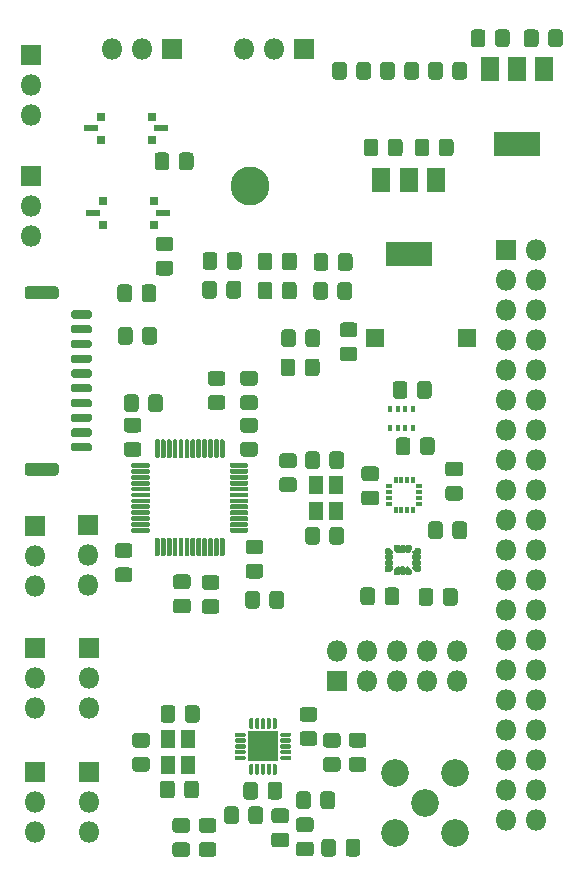
<source format=gts>
G04 #@! TF.GenerationSoftware,KiCad,Pcbnew,(5.1.6)-1*
G04 #@! TF.CreationDate,2021-10-25T07:34:01+01:00*
G04 #@! TF.ProjectId,Corinthians-Flight-Control-System,436f7269-6e74-4686-9961-6e732d466c69,1*
G04 #@! TF.SameCoordinates,Original*
G04 #@! TF.FileFunction,Soldermask,Top*
G04 #@! TF.FilePolarity,Negative*
%FSLAX46Y46*%
G04 Gerber Fmt 4.6, Leading zero omitted, Abs format (unit mm)*
G04 Created by KiCad (PCBNEW (5.1.6)-1) date 2021-10-25 07:34:01*
%MOMM*%
%LPD*%
G01*
G04 APERTURE LIST*
%ADD10R,1.300000X1.500000*%
%ADD11C,3.300000*%
%ADD12O,1.800000X1.800000*%
%ADD13R,1.800000X1.800000*%
%ADD14C,2.350000*%
%ADD15R,1.600000X2.100000*%
%ADD16R,3.900000X2.100000*%
%ADD17R,0.550000X0.400000*%
%ADD18R,0.400000X0.550000*%
%ADD19R,2.600000X2.600000*%
%ADD20R,0.450000X0.600000*%
%ADD21C,0.100000*%
%ADD22R,0.800000X0.800000*%
%ADD23R,1.300000X0.600000*%
%ADD24R,1.600000X1.600000*%
G04 APERTURE END LIST*
G36*
G01*
X99843380Y-165427940D02*
X99843380Y-166802940D01*
G75*
G02*
X99743380Y-166902940I-100000J0D01*
G01*
X99543380Y-166902940D01*
G75*
G02*
X99443380Y-166802940I0J100000D01*
G01*
X99443380Y-165427940D01*
G75*
G02*
X99543380Y-165327940I100000J0D01*
G01*
X99743380Y-165327940D01*
G75*
G02*
X99843380Y-165427940I0J-100000D01*
G01*
G37*
G36*
G01*
X99343380Y-165427940D02*
X99343380Y-166802940D01*
G75*
G02*
X99243380Y-166902940I-100000J0D01*
G01*
X99043380Y-166902940D01*
G75*
G02*
X98943380Y-166802940I0J100000D01*
G01*
X98943380Y-165427940D01*
G75*
G02*
X99043380Y-165327940I100000J0D01*
G01*
X99243380Y-165327940D01*
G75*
G02*
X99343380Y-165427940I0J-100000D01*
G01*
G37*
G36*
G01*
X98843380Y-165427940D02*
X98843380Y-166802940D01*
G75*
G02*
X98743380Y-166902940I-100000J0D01*
G01*
X98543380Y-166902940D01*
G75*
G02*
X98443380Y-166802940I0J100000D01*
G01*
X98443380Y-165427940D01*
G75*
G02*
X98543380Y-165327940I100000J0D01*
G01*
X98743380Y-165327940D01*
G75*
G02*
X98843380Y-165427940I0J-100000D01*
G01*
G37*
G36*
G01*
X98343380Y-165427940D02*
X98343380Y-166802940D01*
G75*
G02*
X98243380Y-166902940I-100000J0D01*
G01*
X98043380Y-166902940D01*
G75*
G02*
X97943380Y-166802940I0J100000D01*
G01*
X97943380Y-165427940D01*
G75*
G02*
X98043380Y-165327940I100000J0D01*
G01*
X98243380Y-165327940D01*
G75*
G02*
X98343380Y-165427940I0J-100000D01*
G01*
G37*
G36*
G01*
X97843380Y-165427940D02*
X97843380Y-166802940D01*
G75*
G02*
X97743380Y-166902940I-100000J0D01*
G01*
X97543380Y-166902940D01*
G75*
G02*
X97443380Y-166802940I0J100000D01*
G01*
X97443380Y-165427940D01*
G75*
G02*
X97543380Y-165327940I100000J0D01*
G01*
X97743380Y-165327940D01*
G75*
G02*
X97843380Y-165427940I0J-100000D01*
G01*
G37*
G36*
G01*
X97343380Y-165427940D02*
X97343380Y-166802940D01*
G75*
G02*
X97243380Y-166902940I-100000J0D01*
G01*
X97043380Y-166902940D01*
G75*
G02*
X96943380Y-166802940I0J100000D01*
G01*
X96943380Y-165427940D01*
G75*
G02*
X97043380Y-165327940I100000J0D01*
G01*
X97243380Y-165327940D01*
G75*
G02*
X97343380Y-165427940I0J-100000D01*
G01*
G37*
G36*
G01*
X96843380Y-165427940D02*
X96843380Y-166802940D01*
G75*
G02*
X96743380Y-166902940I-100000J0D01*
G01*
X96543380Y-166902940D01*
G75*
G02*
X96443380Y-166802940I0J100000D01*
G01*
X96443380Y-165427940D01*
G75*
G02*
X96543380Y-165327940I100000J0D01*
G01*
X96743380Y-165327940D01*
G75*
G02*
X96843380Y-165427940I0J-100000D01*
G01*
G37*
G36*
G01*
X96343380Y-165427940D02*
X96343380Y-166802940D01*
G75*
G02*
X96243380Y-166902940I-100000J0D01*
G01*
X96043380Y-166902940D01*
G75*
G02*
X95943380Y-166802940I0J100000D01*
G01*
X95943380Y-165427940D01*
G75*
G02*
X96043380Y-165327940I100000J0D01*
G01*
X96243380Y-165327940D01*
G75*
G02*
X96343380Y-165427940I0J-100000D01*
G01*
G37*
G36*
G01*
X95843380Y-165427940D02*
X95843380Y-166802940D01*
G75*
G02*
X95743380Y-166902940I-100000J0D01*
G01*
X95543380Y-166902940D01*
G75*
G02*
X95443380Y-166802940I0J100000D01*
G01*
X95443380Y-165427940D01*
G75*
G02*
X95543380Y-165327940I100000J0D01*
G01*
X95743380Y-165327940D01*
G75*
G02*
X95843380Y-165427940I0J-100000D01*
G01*
G37*
G36*
G01*
X95343380Y-165427940D02*
X95343380Y-166802940D01*
G75*
G02*
X95243380Y-166902940I-100000J0D01*
G01*
X95043380Y-166902940D01*
G75*
G02*
X94943380Y-166802940I0J100000D01*
G01*
X94943380Y-165427940D01*
G75*
G02*
X95043380Y-165327940I100000J0D01*
G01*
X95243380Y-165327940D01*
G75*
G02*
X95343380Y-165427940I0J-100000D01*
G01*
G37*
G36*
G01*
X94843380Y-165427940D02*
X94843380Y-166802940D01*
G75*
G02*
X94743380Y-166902940I-100000J0D01*
G01*
X94543380Y-166902940D01*
G75*
G02*
X94443380Y-166802940I0J100000D01*
G01*
X94443380Y-165427940D01*
G75*
G02*
X94543380Y-165327940I100000J0D01*
G01*
X94743380Y-165327940D01*
G75*
G02*
X94843380Y-165427940I0J-100000D01*
G01*
G37*
G36*
G01*
X94343380Y-165427940D02*
X94343380Y-166802940D01*
G75*
G02*
X94243380Y-166902940I-100000J0D01*
G01*
X94043380Y-166902940D01*
G75*
G02*
X93943380Y-166802940I0J100000D01*
G01*
X93943380Y-165427940D01*
G75*
G02*
X94043380Y-165327940I100000J0D01*
G01*
X94243380Y-165327940D01*
G75*
G02*
X94343380Y-165427940I0J-100000D01*
G01*
G37*
G36*
G01*
X93518380Y-164602940D02*
X93518380Y-164802940D01*
G75*
G02*
X93418380Y-164902940I-100000J0D01*
G01*
X92043380Y-164902940D01*
G75*
G02*
X91943380Y-164802940I0J100000D01*
G01*
X91943380Y-164602940D01*
G75*
G02*
X92043380Y-164502940I100000J0D01*
G01*
X93418380Y-164502940D01*
G75*
G02*
X93518380Y-164602940I0J-100000D01*
G01*
G37*
G36*
G01*
X93518380Y-164102940D02*
X93518380Y-164302940D01*
G75*
G02*
X93418380Y-164402940I-100000J0D01*
G01*
X92043380Y-164402940D01*
G75*
G02*
X91943380Y-164302940I0J100000D01*
G01*
X91943380Y-164102940D01*
G75*
G02*
X92043380Y-164002940I100000J0D01*
G01*
X93418380Y-164002940D01*
G75*
G02*
X93518380Y-164102940I0J-100000D01*
G01*
G37*
G36*
G01*
X93518380Y-163602940D02*
X93518380Y-163802940D01*
G75*
G02*
X93418380Y-163902940I-100000J0D01*
G01*
X92043380Y-163902940D01*
G75*
G02*
X91943380Y-163802940I0J100000D01*
G01*
X91943380Y-163602940D01*
G75*
G02*
X92043380Y-163502940I100000J0D01*
G01*
X93418380Y-163502940D01*
G75*
G02*
X93518380Y-163602940I0J-100000D01*
G01*
G37*
G36*
G01*
X93518380Y-163102940D02*
X93518380Y-163302940D01*
G75*
G02*
X93418380Y-163402940I-100000J0D01*
G01*
X92043380Y-163402940D01*
G75*
G02*
X91943380Y-163302940I0J100000D01*
G01*
X91943380Y-163102940D01*
G75*
G02*
X92043380Y-163002940I100000J0D01*
G01*
X93418380Y-163002940D01*
G75*
G02*
X93518380Y-163102940I0J-100000D01*
G01*
G37*
G36*
G01*
X93518380Y-162602940D02*
X93518380Y-162802940D01*
G75*
G02*
X93418380Y-162902940I-100000J0D01*
G01*
X92043380Y-162902940D01*
G75*
G02*
X91943380Y-162802940I0J100000D01*
G01*
X91943380Y-162602940D01*
G75*
G02*
X92043380Y-162502940I100000J0D01*
G01*
X93418380Y-162502940D01*
G75*
G02*
X93518380Y-162602940I0J-100000D01*
G01*
G37*
G36*
G01*
X93518380Y-162102940D02*
X93518380Y-162302940D01*
G75*
G02*
X93418380Y-162402940I-100000J0D01*
G01*
X92043380Y-162402940D01*
G75*
G02*
X91943380Y-162302940I0J100000D01*
G01*
X91943380Y-162102940D01*
G75*
G02*
X92043380Y-162002940I100000J0D01*
G01*
X93418380Y-162002940D01*
G75*
G02*
X93518380Y-162102940I0J-100000D01*
G01*
G37*
G36*
G01*
X93518380Y-161602940D02*
X93518380Y-161802940D01*
G75*
G02*
X93418380Y-161902940I-100000J0D01*
G01*
X92043380Y-161902940D01*
G75*
G02*
X91943380Y-161802940I0J100000D01*
G01*
X91943380Y-161602940D01*
G75*
G02*
X92043380Y-161502940I100000J0D01*
G01*
X93418380Y-161502940D01*
G75*
G02*
X93518380Y-161602940I0J-100000D01*
G01*
G37*
G36*
G01*
X93518380Y-161102940D02*
X93518380Y-161302940D01*
G75*
G02*
X93418380Y-161402940I-100000J0D01*
G01*
X92043380Y-161402940D01*
G75*
G02*
X91943380Y-161302940I0J100000D01*
G01*
X91943380Y-161102940D01*
G75*
G02*
X92043380Y-161002940I100000J0D01*
G01*
X93418380Y-161002940D01*
G75*
G02*
X93518380Y-161102940I0J-100000D01*
G01*
G37*
G36*
G01*
X93518380Y-160602940D02*
X93518380Y-160802940D01*
G75*
G02*
X93418380Y-160902940I-100000J0D01*
G01*
X92043380Y-160902940D01*
G75*
G02*
X91943380Y-160802940I0J100000D01*
G01*
X91943380Y-160602940D01*
G75*
G02*
X92043380Y-160502940I100000J0D01*
G01*
X93418380Y-160502940D01*
G75*
G02*
X93518380Y-160602940I0J-100000D01*
G01*
G37*
G36*
G01*
X93518380Y-160102940D02*
X93518380Y-160302940D01*
G75*
G02*
X93418380Y-160402940I-100000J0D01*
G01*
X92043380Y-160402940D01*
G75*
G02*
X91943380Y-160302940I0J100000D01*
G01*
X91943380Y-160102940D01*
G75*
G02*
X92043380Y-160002940I100000J0D01*
G01*
X93418380Y-160002940D01*
G75*
G02*
X93518380Y-160102940I0J-100000D01*
G01*
G37*
G36*
G01*
X93518380Y-159602940D02*
X93518380Y-159802940D01*
G75*
G02*
X93418380Y-159902940I-100000J0D01*
G01*
X92043380Y-159902940D01*
G75*
G02*
X91943380Y-159802940I0J100000D01*
G01*
X91943380Y-159602940D01*
G75*
G02*
X92043380Y-159502940I100000J0D01*
G01*
X93418380Y-159502940D01*
G75*
G02*
X93518380Y-159602940I0J-100000D01*
G01*
G37*
G36*
G01*
X93518380Y-159102940D02*
X93518380Y-159302940D01*
G75*
G02*
X93418380Y-159402940I-100000J0D01*
G01*
X92043380Y-159402940D01*
G75*
G02*
X91943380Y-159302940I0J100000D01*
G01*
X91943380Y-159102940D01*
G75*
G02*
X92043380Y-159002940I100000J0D01*
G01*
X93418380Y-159002940D01*
G75*
G02*
X93518380Y-159102940I0J-100000D01*
G01*
G37*
G36*
G01*
X94343380Y-157102940D02*
X94343380Y-158477940D01*
G75*
G02*
X94243380Y-158577940I-100000J0D01*
G01*
X94043380Y-158577940D01*
G75*
G02*
X93943380Y-158477940I0J100000D01*
G01*
X93943380Y-157102940D01*
G75*
G02*
X94043380Y-157002940I100000J0D01*
G01*
X94243380Y-157002940D01*
G75*
G02*
X94343380Y-157102940I0J-100000D01*
G01*
G37*
G36*
G01*
X94843380Y-157102940D02*
X94843380Y-158477940D01*
G75*
G02*
X94743380Y-158577940I-100000J0D01*
G01*
X94543380Y-158577940D01*
G75*
G02*
X94443380Y-158477940I0J100000D01*
G01*
X94443380Y-157102940D01*
G75*
G02*
X94543380Y-157002940I100000J0D01*
G01*
X94743380Y-157002940D01*
G75*
G02*
X94843380Y-157102940I0J-100000D01*
G01*
G37*
G36*
G01*
X95343380Y-157102940D02*
X95343380Y-158477940D01*
G75*
G02*
X95243380Y-158577940I-100000J0D01*
G01*
X95043380Y-158577940D01*
G75*
G02*
X94943380Y-158477940I0J100000D01*
G01*
X94943380Y-157102940D01*
G75*
G02*
X95043380Y-157002940I100000J0D01*
G01*
X95243380Y-157002940D01*
G75*
G02*
X95343380Y-157102940I0J-100000D01*
G01*
G37*
G36*
G01*
X95843380Y-157102940D02*
X95843380Y-158477940D01*
G75*
G02*
X95743380Y-158577940I-100000J0D01*
G01*
X95543380Y-158577940D01*
G75*
G02*
X95443380Y-158477940I0J100000D01*
G01*
X95443380Y-157102940D01*
G75*
G02*
X95543380Y-157002940I100000J0D01*
G01*
X95743380Y-157002940D01*
G75*
G02*
X95843380Y-157102940I0J-100000D01*
G01*
G37*
G36*
G01*
X96343380Y-157102940D02*
X96343380Y-158477940D01*
G75*
G02*
X96243380Y-158577940I-100000J0D01*
G01*
X96043380Y-158577940D01*
G75*
G02*
X95943380Y-158477940I0J100000D01*
G01*
X95943380Y-157102940D01*
G75*
G02*
X96043380Y-157002940I100000J0D01*
G01*
X96243380Y-157002940D01*
G75*
G02*
X96343380Y-157102940I0J-100000D01*
G01*
G37*
G36*
G01*
X96843380Y-157102940D02*
X96843380Y-158477940D01*
G75*
G02*
X96743380Y-158577940I-100000J0D01*
G01*
X96543380Y-158577940D01*
G75*
G02*
X96443380Y-158477940I0J100000D01*
G01*
X96443380Y-157102940D01*
G75*
G02*
X96543380Y-157002940I100000J0D01*
G01*
X96743380Y-157002940D01*
G75*
G02*
X96843380Y-157102940I0J-100000D01*
G01*
G37*
G36*
G01*
X97343380Y-157102940D02*
X97343380Y-158477940D01*
G75*
G02*
X97243380Y-158577940I-100000J0D01*
G01*
X97043380Y-158577940D01*
G75*
G02*
X96943380Y-158477940I0J100000D01*
G01*
X96943380Y-157102940D01*
G75*
G02*
X97043380Y-157002940I100000J0D01*
G01*
X97243380Y-157002940D01*
G75*
G02*
X97343380Y-157102940I0J-100000D01*
G01*
G37*
G36*
G01*
X97843380Y-157102940D02*
X97843380Y-158477940D01*
G75*
G02*
X97743380Y-158577940I-100000J0D01*
G01*
X97543380Y-158577940D01*
G75*
G02*
X97443380Y-158477940I0J100000D01*
G01*
X97443380Y-157102940D01*
G75*
G02*
X97543380Y-157002940I100000J0D01*
G01*
X97743380Y-157002940D01*
G75*
G02*
X97843380Y-157102940I0J-100000D01*
G01*
G37*
G36*
G01*
X98343380Y-157102940D02*
X98343380Y-158477940D01*
G75*
G02*
X98243380Y-158577940I-100000J0D01*
G01*
X98043380Y-158577940D01*
G75*
G02*
X97943380Y-158477940I0J100000D01*
G01*
X97943380Y-157102940D01*
G75*
G02*
X98043380Y-157002940I100000J0D01*
G01*
X98243380Y-157002940D01*
G75*
G02*
X98343380Y-157102940I0J-100000D01*
G01*
G37*
G36*
G01*
X98843380Y-157102940D02*
X98843380Y-158477940D01*
G75*
G02*
X98743380Y-158577940I-100000J0D01*
G01*
X98543380Y-158577940D01*
G75*
G02*
X98443380Y-158477940I0J100000D01*
G01*
X98443380Y-157102940D01*
G75*
G02*
X98543380Y-157002940I100000J0D01*
G01*
X98743380Y-157002940D01*
G75*
G02*
X98843380Y-157102940I0J-100000D01*
G01*
G37*
G36*
G01*
X99343380Y-157102940D02*
X99343380Y-158477940D01*
G75*
G02*
X99243380Y-158577940I-100000J0D01*
G01*
X99043380Y-158577940D01*
G75*
G02*
X98943380Y-158477940I0J100000D01*
G01*
X98943380Y-157102940D01*
G75*
G02*
X99043380Y-157002940I100000J0D01*
G01*
X99243380Y-157002940D01*
G75*
G02*
X99343380Y-157102940I0J-100000D01*
G01*
G37*
G36*
G01*
X99843380Y-157102940D02*
X99843380Y-158477940D01*
G75*
G02*
X99743380Y-158577940I-100000J0D01*
G01*
X99543380Y-158577940D01*
G75*
G02*
X99443380Y-158477940I0J100000D01*
G01*
X99443380Y-157102940D01*
G75*
G02*
X99543380Y-157002940I100000J0D01*
G01*
X99743380Y-157002940D01*
G75*
G02*
X99843380Y-157102940I0J-100000D01*
G01*
G37*
G36*
G01*
X101843380Y-159102940D02*
X101843380Y-159302940D01*
G75*
G02*
X101743380Y-159402940I-100000J0D01*
G01*
X100368380Y-159402940D01*
G75*
G02*
X100268380Y-159302940I0J100000D01*
G01*
X100268380Y-159102940D01*
G75*
G02*
X100368380Y-159002940I100000J0D01*
G01*
X101743380Y-159002940D01*
G75*
G02*
X101843380Y-159102940I0J-100000D01*
G01*
G37*
G36*
G01*
X101843380Y-159602940D02*
X101843380Y-159802940D01*
G75*
G02*
X101743380Y-159902940I-100000J0D01*
G01*
X100368380Y-159902940D01*
G75*
G02*
X100268380Y-159802940I0J100000D01*
G01*
X100268380Y-159602940D01*
G75*
G02*
X100368380Y-159502940I100000J0D01*
G01*
X101743380Y-159502940D01*
G75*
G02*
X101843380Y-159602940I0J-100000D01*
G01*
G37*
G36*
G01*
X101843380Y-160102940D02*
X101843380Y-160302940D01*
G75*
G02*
X101743380Y-160402940I-100000J0D01*
G01*
X100368380Y-160402940D01*
G75*
G02*
X100268380Y-160302940I0J100000D01*
G01*
X100268380Y-160102940D01*
G75*
G02*
X100368380Y-160002940I100000J0D01*
G01*
X101743380Y-160002940D01*
G75*
G02*
X101843380Y-160102940I0J-100000D01*
G01*
G37*
G36*
G01*
X101843380Y-160602940D02*
X101843380Y-160802940D01*
G75*
G02*
X101743380Y-160902940I-100000J0D01*
G01*
X100368380Y-160902940D01*
G75*
G02*
X100268380Y-160802940I0J100000D01*
G01*
X100268380Y-160602940D01*
G75*
G02*
X100368380Y-160502940I100000J0D01*
G01*
X101743380Y-160502940D01*
G75*
G02*
X101843380Y-160602940I0J-100000D01*
G01*
G37*
G36*
G01*
X101843380Y-161102940D02*
X101843380Y-161302940D01*
G75*
G02*
X101743380Y-161402940I-100000J0D01*
G01*
X100368380Y-161402940D01*
G75*
G02*
X100268380Y-161302940I0J100000D01*
G01*
X100268380Y-161102940D01*
G75*
G02*
X100368380Y-161002940I100000J0D01*
G01*
X101743380Y-161002940D01*
G75*
G02*
X101843380Y-161102940I0J-100000D01*
G01*
G37*
G36*
G01*
X101843380Y-161602940D02*
X101843380Y-161802940D01*
G75*
G02*
X101743380Y-161902940I-100000J0D01*
G01*
X100368380Y-161902940D01*
G75*
G02*
X100268380Y-161802940I0J100000D01*
G01*
X100268380Y-161602940D01*
G75*
G02*
X100368380Y-161502940I100000J0D01*
G01*
X101743380Y-161502940D01*
G75*
G02*
X101843380Y-161602940I0J-100000D01*
G01*
G37*
G36*
G01*
X101843380Y-162102940D02*
X101843380Y-162302940D01*
G75*
G02*
X101743380Y-162402940I-100000J0D01*
G01*
X100368380Y-162402940D01*
G75*
G02*
X100268380Y-162302940I0J100000D01*
G01*
X100268380Y-162102940D01*
G75*
G02*
X100368380Y-162002940I100000J0D01*
G01*
X101743380Y-162002940D01*
G75*
G02*
X101843380Y-162102940I0J-100000D01*
G01*
G37*
G36*
G01*
X101843380Y-162602940D02*
X101843380Y-162802940D01*
G75*
G02*
X101743380Y-162902940I-100000J0D01*
G01*
X100368380Y-162902940D01*
G75*
G02*
X100268380Y-162802940I0J100000D01*
G01*
X100268380Y-162602940D01*
G75*
G02*
X100368380Y-162502940I100000J0D01*
G01*
X101743380Y-162502940D01*
G75*
G02*
X101843380Y-162602940I0J-100000D01*
G01*
G37*
G36*
G01*
X101843380Y-163102940D02*
X101843380Y-163302940D01*
G75*
G02*
X101743380Y-163402940I-100000J0D01*
G01*
X100368380Y-163402940D01*
G75*
G02*
X100268380Y-163302940I0J100000D01*
G01*
X100268380Y-163102940D01*
G75*
G02*
X100368380Y-163002940I100000J0D01*
G01*
X101743380Y-163002940D01*
G75*
G02*
X101843380Y-163102940I0J-100000D01*
G01*
G37*
G36*
G01*
X101843380Y-163602940D02*
X101843380Y-163802940D01*
G75*
G02*
X101743380Y-163902940I-100000J0D01*
G01*
X100368380Y-163902940D01*
G75*
G02*
X100268380Y-163802940I0J100000D01*
G01*
X100268380Y-163602940D01*
G75*
G02*
X100368380Y-163502940I100000J0D01*
G01*
X101743380Y-163502940D01*
G75*
G02*
X101843380Y-163602940I0J-100000D01*
G01*
G37*
G36*
G01*
X101843380Y-164102940D02*
X101843380Y-164302940D01*
G75*
G02*
X101743380Y-164402940I-100000J0D01*
G01*
X100368380Y-164402940D01*
G75*
G02*
X100268380Y-164302940I0J100000D01*
G01*
X100268380Y-164102940D01*
G75*
G02*
X100368380Y-164002940I100000J0D01*
G01*
X101743380Y-164002940D01*
G75*
G02*
X101843380Y-164102940I0J-100000D01*
G01*
G37*
G36*
G01*
X101843380Y-164602940D02*
X101843380Y-164802940D01*
G75*
G02*
X101743380Y-164902940I-100000J0D01*
G01*
X100368380Y-164902940D01*
G75*
G02*
X100268380Y-164802940I0J100000D01*
G01*
X100268380Y-164602940D01*
G75*
G02*
X100368380Y-164502940I100000J0D01*
G01*
X101743380Y-164502940D01*
G75*
G02*
X101843380Y-164602940I0J-100000D01*
G01*
G37*
G36*
G01*
X108705600Y-165629062D02*
X108705600Y-164672538D01*
G75*
G02*
X108977338Y-164400800I271738J0D01*
G01*
X109683862Y-164400800D01*
G75*
G02*
X109955600Y-164672538I0J-271738D01*
G01*
X109955600Y-165629062D01*
G75*
G02*
X109683862Y-165900800I-271738J0D01*
G01*
X108977338Y-165900800D01*
G75*
G02*
X108705600Y-165629062I0J271738D01*
G01*
G37*
G36*
G01*
X106655600Y-165629062D02*
X106655600Y-164672538D01*
G75*
G02*
X106927338Y-164400800I271738J0D01*
G01*
X107633862Y-164400800D01*
G75*
G02*
X107905600Y-164672538I0J-271738D01*
G01*
X107905600Y-165629062D01*
G75*
G02*
X107633862Y-165900800I-271738J0D01*
G01*
X106927338Y-165900800D01*
G75*
G02*
X106655600Y-165629062I0J271738D01*
G01*
G37*
D10*
X96709600Y-182338800D03*
X96709600Y-184538800D03*
X95009600Y-184538800D03*
X95009600Y-182338800D03*
X107608000Y-163050400D03*
X107608000Y-160850400D03*
X109308000Y-160850400D03*
X109308000Y-163050400D03*
G36*
G01*
X95154800Y-132973338D02*
X95154800Y-133929862D01*
G75*
G02*
X94883062Y-134201600I-271738J0D01*
G01*
X94176538Y-134201600D01*
G75*
G02*
X93904800Y-133929862I0J271738D01*
G01*
X93904800Y-132973338D01*
G75*
G02*
X94176538Y-132701600I271738J0D01*
G01*
X94883062Y-132701600D01*
G75*
G02*
X95154800Y-132973338I0J-271738D01*
G01*
G37*
G36*
G01*
X97204800Y-132973338D02*
X97204800Y-133929862D01*
G75*
G02*
X96933062Y-134201600I-271738J0D01*
G01*
X96226538Y-134201600D01*
G75*
G02*
X95954800Y-133929862I0J271738D01*
G01*
X95954800Y-132973338D01*
G75*
G02*
X96226538Y-132701600I271738J0D01*
G01*
X96933062Y-132701600D01*
G75*
G02*
X97204800Y-132973338I0J-271738D01*
G01*
G37*
G36*
G01*
X92856000Y-148712662D02*
X92856000Y-147756138D01*
G75*
G02*
X93127738Y-147484400I271738J0D01*
G01*
X93834262Y-147484400D01*
G75*
G02*
X94106000Y-147756138I0J-271738D01*
G01*
X94106000Y-148712662D01*
G75*
G02*
X93834262Y-148984400I-271738J0D01*
G01*
X93127738Y-148984400D01*
G75*
G02*
X92856000Y-148712662I0J271738D01*
G01*
G37*
G36*
G01*
X90806000Y-148712662D02*
X90806000Y-147756138D01*
G75*
G02*
X91077738Y-147484400I271738J0D01*
G01*
X91784262Y-147484400D01*
G75*
G02*
X92056000Y-147756138I0J-271738D01*
G01*
X92056000Y-148712662D01*
G75*
G02*
X91784262Y-148984400I-271738J0D01*
G01*
X91077738Y-148984400D01*
G75*
G02*
X90806000Y-148712662I0J271738D01*
G01*
G37*
G36*
G01*
X105685062Y-159416800D02*
X104728538Y-159416800D01*
G75*
G02*
X104456800Y-159145062I0J271738D01*
G01*
X104456800Y-158438538D01*
G75*
G02*
X104728538Y-158166800I271738J0D01*
G01*
X105685062Y-158166800D01*
G75*
G02*
X105956800Y-158438538I0J-271738D01*
G01*
X105956800Y-159145062D01*
G75*
G02*
X105685062Y-159416800I-271738J0D01*
G01*
G37*
G36*
G01*
X105685062Y-161466800D02*
X104728538Y-161466800D01*
G75*
G02*
X104456800Y-161195062I0J271738D01*
G01*
X104456800Y-160488538D01*
G75*
G02*
X104728538Y-160216800I271738J0D01*
G01*
X105685062Y-160216800D01*
G75*
G02*
X105956800Y-160488538I0J-271738D01*
G01*
X105956800Y-161195062D01*
G75*
G02*
X105685062Y-161466800I-271738J0D01*
G01*
G37*
G36*
G01*
X99991000Y-144801062D02*
X99991000Y-143844538D01*
G75*
G02*
X100262738Y-143572800I271738J0D01*
G01*
X100969262Y-143572800D01*
G75*
G02*
X101241000Y-143844538I0J-271738D01*
G01*
X101241000Y-144801062D01*
G75*
G02*
X100969262Y-145072800I-271738J0D01*
G01*
X100262738Y-145072800D01*
G75*
G02*
X99991000Y-144801062I0J271738D01*
G01*
G37*
G36*
G01*
X97941000Y-144801062D02*
X97941000Y-143844538D01*
G75*
G02*
X98212738Y-143572800I271738J0D01*
G01*
X98919262Y-143572800D01*
G75*
G02*
X99191000Y-143844538I0J-271738D01*
G01*
X99191000Y-144801062D01*
G75*
G02*
X98919262Y-145072800I-271738J0D01*
G01*
X98212738Y-145072800D01*
G75*
G02*
X97941000Y-144801062I0J271738D01*
G01*
G37*
G36*
G01*
X104690000Y-144877262D02*
X104690000Y-143920738D01*
G75*
G02*
X104961738Y-143649000I271738J0D01*
G01*
X105668262Y-143649000D01*
G75*
G02*
X105940000Y-143920738I0J-271738D01*
G01*
X105940000Y-144877262D01*
G75*
G02*
X105668262Y-145149000I-271738J0D01*
G01*
X104961738Y-145149000D01*
G75*
G02*
X104690000Y-144877262I0J271738D01*
G01*
G37*
G36*
G01*
X102640000Y-144877262D02*
X102640000Y-143920738D01*
G75*
G02*
X102911738Y-143649000I271738J0D01*
G01*
X103618262Y-143649000D01*
G75*
G02*
X103890000Y-143920738I0J-271738D01*
G01*
X103890000Y-144877262D01*
G75*
G02*
X103618262Y-145149000I-271738J0D01*
G01*
X102911738Y-145149000D01*
G75*
G02*
X102640000Y-144877262I0J271738D01*
G01*
G37*
G36*
G01*
X106622800Y-151379662D02*
X106622800Y-150423138D01*
G75*
G02*
X106894538Y-150151400I271738J0D01*
G01*
X107601062Y-150151400D01*
G75*
G02*
X107872800Y-150423138I0J-271738D01*
G01*
X107872800Y-151379662D01*
G75*
G02*
X107601062Y-151651400I-271738J0D01*
G01*
X106894538Y-151651400D01*
G75*
G02*
X106622800Y-151379662I0J271738D01*
G01*
G37*
G36*
G01*
X104572800Y-151379662D02*
X104572800Y-150423138D01*
G75*
G02*
X104844538Y-150151400I271738J0D01*
G01*
X105551062Y-150151400D01*
G75*
G02*
X105822800Y-150423138I0J-271738D01*
G01*
X105822800Y-151379662D01*
G75*
G02*
X105551062Y-151651400I-271738J0D01*
G01*
X104844538Y-151651400D01*
G75*
G02*
X104572800Y-151379662I0J271738D01*
G01*
G37*
G36*
G01*
X109389000Y-144902662D02*
X109389000Y-143946138D01*
G75*
G02*
X109660738Y-143674400I271738J0D01*
G01*
X110367262Y-143674400D01*
G75*
G02*
X110639000Y-143946138I0J-271738D01*
G01*
X110639000Y-144902662D01*
G75*
G02*
X110367262Y-145174400I-271738J0D01*
G01*
X109660738Y-145174400D01*
G75*
G02*
X109389000Y-144902662I0J271738D01*
G01*
G37*
G36*
G01*
X107339000Y-144902662D02*
X107339000Y-143946138D01*
G75*
G02*
X107610738Y-143674400I271738J0D01*
G01*
X108317262Y-143674400D01*
G75*
G02*
X108589000Y-143946138I0J-271738D01*
G01*
X108589000Y-144902662D01*
G75*
G02*
X108317262Y-145174400I-271738J0D01*
G01*
X107610738Y-145174400D01*
G75*
G02*
X107339000Y-144902662I0J271738D01*
G01*
G37*
G36*
G01*
X96693462Y-169678400D02*
X95736938Y-169678400D01*
G75*
G02*
X95465200Y-169406662I0J271738D01*
G01*
X95465200Y-168700138D01*
G75*
G02*
X95736938Y-168428400I271738J0D01*
G01*
X96693462Y-168428400D01*
G75*
G02*
X96965200Y-168700138I0J-271738D01*
G01*
X96965200Y-169406662D01*
G75*
G02*
X96693462Y-169678400I-271738J0D01*
G01*
G37*
G36*
G01*
X96693462Y-171728400D02*
X95736938Y-171728400D01*
G75*
G02*
X95465200Y-171456662I0J271738D01*
G01*
X95465200Y-170750138D01*
G75*
G02*
X95736938Y-170478400I271738J0D01*
G01*
X96693462Y-170478400D01*
G75*
G02*
X96965200Y-170750138I0J-271738D01*
G01*
X96965200Y-171456662D01*
G75*
G02*
X96693462Y-171728400I-271738J0D01*
G01*
G37*
G36*
G01*
X99131862Y-169729200D02*
X98175338Y-169729200D01*
G75*
G02*
X97903600Y-169457462I0J271738D01*
G01*
X97903600Y-168750938D01*
G75*
G02*
X98175338Y-168479200I271738J0D01*
G01*
X99131862Y-168479200D01*
G75*
G02*
X99403600Y-168750938I0J-271738D01*
G01*
X99403600Y-169457462D01*
G75*
G02*
X99131862Y-169729200I-271738J0D01*
G01*
G37*
G36*
G01*
X99131862Y-171779200D02*
X98175338Y-171779200D01*
G75*
G02*
X97903600Y-171507462I0J271738D01*
G01*
X97903600Y-170800938D01*
G75*
G02*
X98175338Y-170529200I271738J0D01*
G01*
X99131862Y-170529200D01*
G75*
G02*
X99403600Y-170800938I0J-271738D01*
G01*
X99403600Y-171507462D01*
G75*
G02*
X99131862Y-171779200I-271738J0D01*
G01*
G37*
G36*
G01*
X95220262Y-141078000D02*
X94263738Y-141078000D01*
G75*
G02*
X93992000Y-140806262I0J271738D01*
G01*
X93992000Y-140099738D01*
G75*
G02*
X94263738Y-139828000I271738J0D01*
G01*
X95220262Y-139828000D01*
G75*
G02*
X95492000Y-140099738I0J-271738D01*
G01*
X95492000Y-140806262D01*
G75*
G02*
X95220262Y-141078000I-271738J0D01*
G01*
G37*
G36*
G01*
X95220262Y-143128000D02*
X94263738Y-143128000D01*
G75*
G02*
X93992000Y-142856262I0J271738D01*
G01*
X93992000Y-142149738D01*
G75*
G02*
X94263738Y-141878000I271738J0D01*
G01*
X95220262Y-141878000D01*
G75*
G02*
X95492000Y-142149738I0J-271738D01*
G01*
X95492000Y-142856262D01*
G75*
G02*
X95220262Y-143128000I-271738J0D01*
G01*
G37*
G36*
G01*
X107943600Y-188031862D02*
X107943600Y-187075338D01*
G75*
G02*
X108215338Y-186803600I271738J0D01*
G01*
X108921862Y-186803600D01*
G75*
G02*
X109193600Y-187075338I0J-271738D01*
G01*
X109193600Y-188031862D01*
G75*
G02*
X108921862Y-188303600I-271738J0D01*
G01*
X108215338Y-188303600D01*
G75*
G02*
X107943600Y-188031862I0J271738D01*
G01*
G37*
G36*
G01*
X105893600Y-188031862D02*
X105893600Y-187075338D01*
G75*
G02*
X106165338Y-186803600I271738J0D01*
G01*
X106871862Y-186803600D01*
G75*
G02*
X107143600Y-187075338I0J-271738D01*
G01*
X107143600Y-188031862D01*
G75*
G02*
X106871862Y-188303600I-271738J0D01*
G01*
X106165338Y-188303600D01*
G75*
G02*
X105893600Y-188031862I0J271738D01*
G01*
G37*
G36*
G01*
X93239062Y-183089600D02*
X92282538Y-183089600D01*
G75*
G02*
X92010800Y-182817862I0J271738D01*
G01*
X92010800Y-182111338D01*
G75*
G02*
X92282538Y-181839600I271738J0D01*
G01*
X93239062Y-181839600D01*
G75*
G02*
X93510800Y-182111338I0J-271738D01*
G01*
X93510800Y-182817862D01*
G75*
G02*
X93239062Y-183089600I-271738J0D01*
G01*
G37*
G36*
G01*
X93239062Y-185139600D02*
X92282538Y-185139600D01*
G75*
G02*
X92010800Y-184867862I0J271738D01*
G01*
X92010800Y-184161338D01*
G75*
G02*
X92282538Y-183889600I271738J0D01*
G01*
X93239062Y-183889600D01*
G75*
G02*
X93510800Y-184161338I0J-271738D01*
G01*
X93510800Y-184867862D01*
G75*
G02*
X93239062Y-185139600I-271738J0D01*
G01*
G37*
G36*
G01*
X101426538Y-157219600D02*
X102383062Y-157219600D01*
G75*
G02*
X102654800Y-157491338I0J-271738D01*
G01*
X102654800Y-158197862D01*
G75*
G02*
X102383062Y-158469600I-271738J0D01*
G01*
X101426538Y-158469600D01*
G75*
G02*
X101154800Y-158197862I0J271738D01*
G01*
X101154800Y-157491338D01*
G75*
G02*
X101426538Y-157219600I271738J0D01*
G01*
G37*
G36*
G01*
X101426538Y-155169600D02*
X102383062Y-155169600D01*
G75*
G02*
X102654800Y-155441338I0J-271738D01*
G01*
X102654800Y-156147862D01*
G75*
G02*
X102383062Y-156419600I-271738J0D01*
G01*
X101426538Y-156419600D01*
G75*
G02*
X101154800Y-156147862I0J271738D01*
G01*
X101154800Y-155441338D01*
G75*
G02*
X101426538Y-155169600I271738J0D01*
G01*
G37*
G36*
G01*
X104068138Y-190290400D02*
X105024662Y-190290400D01*
G75*
G02*
X105296400Y-190562138I0J-271738D01*
G01*
X105296400Y-191268662D01*
G75*
G02*
X105024662Y-191540400I-271738J0D01*
G01*
X104068138Y-191540400D01*
G75*
G02*
X103796400Y-191268662I0J271738D01*
G01*
X103796400Y-190562138D01*
G75*
G02*
X104068138Y-190290400I271738J0D01*
G01*
G37*
G36*
G01*
X104068138Y-188240400D02*
X105024662Y-188240400D01*
G75*
G02*
X105296400Y-188512138I0J-271738D01*
G01*
X105296400Y-189218662D01*
G75*
G02*
X105024662Y-189490400I-271738J0D01*
G01*
X104068138Y-189490400D01*
G75*
G02*
X103796400Y-189218662I0J271738D01*
G01*
X103796400Y-188512138D01*
G75*
G02*
X104068138Y-188240400I271738J0D01*
G01*
G37*
G36*
G01*
X101047600Y-188345338D02*
X101047600Y-189301862D01*
G75*
G02*
X100775862Y-189573600I-271738J0D01*
G01*
X100069338Y-189573600D01*
G75*
G02*
X99797600Y-189301862I0J271738D01*
G01*
X99797600Y-188345338D01*
G75*
G02*
X100069338Y-188073600I271738J0D01*
G01*
X100775862Y-188073600D01*
G75*
G02*
X101047600Y-188345338I0J-271738D01*
G01*
G37*
G36*
G01*
X103097600Y-188345338D02*
X103097600Y-189301862D01*
G75*
G02*
X102825862Y-189573600I-271738J0D01*
G01*
X102119338Y-189573600D01*
G75*
G02*
X101847600Y-189301862I0J271738D01*
G01*
X101847600Y-188345338D01*
G75*
G02*
X102119338Y-188073600I271738J0D01*
G01*
X102825862Y-188073600D01*
G75*
G02*
X103097600Y-188345338I0J-271738D01*
G01*
G37*
G36*
G01*
X103473200Y-187219062D02*
X103473200Y-186262538D01*
G75*
G02*
X103744938Y-185990800I271738J0D01*
G01*
X104451462Y-185990800D01*
G75*
G02*
X104723200Y-186262538I0J-271738D01*
G01*
X104723200Y-187219062D01*
G75*
G02*
X104451462Y-187490800I-271738J0D01*
G01*
X103744938Y-187490800D01*
G75*
G02*
X103473200Y-187219062I0J271738D01*
G01*
G37*
G36*
G01*
X101423200Y-187219062D02*
X101423200Y-186262538D01*
G75*
G02*
X101694938Y-185990800I271738J0D01*
G01*
X102401462Y-185990800D01*
G75*
G02*
X102673200Y-186262538I0J-271738D01*
G01*
X102673200Y-187219062D01*
G75*
G02*
X102401462Y-187490800I-271738J0D01*
G01*
X101694938Y-187490800D01*
G75*
G02*
X101423200Y-187219062I0J271738D01*
G01*
G37*
G36*
G01*
X119119600Y-126259062D02*
X119119600Y-125302538D01*
G75*
G02*
X119391338Y-125030800I271738J0D01*
G01*
X120097862Y-125030800D01*
G75*
G02*
X120369600Y-125302538I0J-271738D01*
G01*
X120369600Y-126259062D01*
G75*
G02*
X120097862Y-126530800I-271738J0D01*
G01*
X119391338Y-126530800D01*
G75*
G02*
X119119600Y-126259062I0J271738D01*
G01*
G37*
G36*
G01*
X117069600Y-126259062D02*
X117069600Y-125302538D01*
G75*
G02*
X117341338Y-125030800I271738J0D01*
G01*
X118047862Y-125030800D01*
G75*
G02*
X118319600Y-125302538I0J-271738D01*
G01*
X118319600Y-126259062D01*
G75*
G02*
X118047862Y-126530800I-271738J0D01*
G01*
X117341338Y-126530800D01*
G75*
G02*
X117069600Y-126259062I0J271738D01*
G01*
G37*
G36*
G01*
X115055600Y-126259062D02*
X115055600Y-125302538D01*
G75*
G02*
X115327338Y-125030800I271738J0D01*
G01*
X116033862Y-125030800D01*
G75*
G02*
X116305600Y-125302538I0J-271738D01*
G01*
X116305600Y-126259062D01*
G75*
G02*
X116033862Y-126530800I-271738J0D01*
G01*
X115327338Y-126530800D01*
G75*
G02*
X115055600Y-126259062I0J271738D01*
G01*
G37*
G36*
G01*
X113005600Y-126259062D02*
X113005600Y-125302538D01*
G75*
G02*
X113277338Y-125030800I271738J0D01*
G01*
X113983862Y-125030800D01*
G75*
G02*
X114255600Y-125302538I0J-271738D01*
G01*
X114255600Y-126259062D01*
G75*
G02*
X113983862Y-126530800I-271738J0D01*
G01*
X113277338Y-126530800D01*
G75*
G02*
X113005600Y-126259062I0J271738D01*
G01*
G37*
G36*
G01*
X110191600Y-125302538D02*
X110191600Y-126259062D01*
G75*
G02*
X109919862Y-126530800I-271738J0D01*
G01*
X109213338Y-126530800D01*
G75*
G02*
X108941600Y-126259062I0J271738D01*
G01*
X108941600Y-125302538D01*
G75*
G02*
X109213338Y-125030800I271738J0D01*
G01*
X109919862Y-125030800D01*
G75*
G02*
X110191600Y-125302538I0J-271738D01*
G01*
G37*
G36*
G01*
X112241600Y-125302538D02*
X112241600Y-126259062D01*
G75*
G02*
X111969862Y-126530800I-271738J0D01*
G01*
X111263338Y-126530800D01*
G75*
G02*
X110991600Y-126259062I0J271738D01*
G01*
X110991600Y-125302538D01*
G75*
G02*
X111263338Y-125030800I271738J0D01*
G01*
X111969862Y-125030800D01*
G75*
G02*
X112241600Y-125302538I0J-271738D01*
G01*
G37*
G36*
G01*
X92805200Y-145105862D02*
X92805200Y-144149338D01*
G75*
G02*
X93076938Y-143877600I271738J0D01*
G01*
X93783462Y-143877600D01*
G75*
G02*
X94055200Y-144149338I0J-271738D01*
G01*
X94055200Y-145105862D01*
G75*
G02*
X93783462Y-145377600I-271738J0D01*
G01*
X93076938Y-145377600D01*
G75*
G02*
X92805200Y-145105862I0J271738D01*
G01*
G37*
G36*
G01*
X90755200Y-145105862D02*
X90755200Y-144149338D01*
G75*
G02*
X91026938Y-143877600I271738J0D01*
G01*
X91733462Y-143877600D01*
G75*
G02*
X92005200Y-144149338I0J-271738D01*
G01*
X92005200Y-145105862D01*
G75*
G02*
X91733462Y-145377600I-271738J0D01*
G01*
X91026938Y-145377600D01*
G75*
G02*
X90755200Y-145105862I0J271738D01*
G01*
G37*
G36*
G01*
X100018800Y-142362662D02*
X100018800Y-141406138D01*
G75*
G02*
X100290538Y-141134400I271738J0D01*
G01*
X100997062Y-141134400D01*
G75*
G02*
X101268800Y-141406138I0J-271738D01*
G01*
X101268800Y-142362662D01*
G75*
G02*
X100997062Y-142634400I-271738J0D01*
G01*
X100290538Y-142634400D01*
G75*
G02*
X100018800Y-142362662I0J271738D01*
G01*
G37*
G36*
G01*
X97968800Y-142362662D02*
X97968800Y-141406138D01*
G75*
G02*
X98240538Y-141134400I271738J0D01*
G01*
X98947062Y-141134400D01*
G75*
G02*
X99218800Y-141406138I0J-271738D01*
G01*
X99218800Y-142362662D01*
G75*
G02*
X98947062Y-142634400I-271738J0D01*
G01*
X98240538Y-142634400D01*
G75*
G02*
X97968800Y-142362662I0J271738D01*
G01*
G37*
G36*
G01*
X104692400Y-142413462D02*
X104692400Y-141456938D01*
G75*
G02*
X104964138Y-141185200I271738J0D01*
G01*
X105670662Y-141185200D01*
G75*
G02*
X105942400Y-141456938I0J-271738D01*
G01*
X105942400Y-142413462D01*
G75*
G02*
X105670662Y-142685200I-271738J0D01*
G01*
X104964138Y-142685200D01*
G75*
G02*
X104692400Y-142413462I0J271738D01*
G01*
G37*
G36*
G01*
X102642400Y-142413462D02*
X102642400Y-141456938D01*
G75*
G02*
X102914138Y-141185200I271738J0D01*
G01*
X103620662Y-141185200D01*
G75*
G02*
X103892400Y-141456938I0J-271738D01*
G01*
X103892400Y-142413462D01*
G75*
G02*
X103620662Y-142685200I-271738J0D01*
G01*
X102914138Y-142685200D01*
G75*
G02*
X102642400Y-142413462I0J271738D01*
G01*
G37*
G36*
G01*
X106673600Y-148915862D02*
X106673600Y-147959338D01*
G75*
G02*
X106945338Y-147687600I271738J0D01*
G01*
X107651862Y-147687600D01*
G75*
G02*
X107923600Y-147959338I0J-271738D01*
G01*
X107923600Y-148915862D01*
G75*
G02*
X107651862Y-149187600I-271738J0D01*
G01*
X106945338Y-149187600D01*
G75*
G02*
X106673600Y-148915862I0J271738D01*
G01*
G37*
G36*
G01*
X104623600Y-148915862D02*
X104623600Y-147959338D01*
G75*
G02*
X104895338Y-147687600I271738J0D01*
G01*
X105601862Y-147687600D01*
G75*
G02*
X105873600Y-147959338I0J-271738D01*
G01*
X105873600Y-148915862D01*
G75*
G02*
X105601862Y-149187600I-271738J0D01*
G01*
X104895338Y-149187600D01*
G75*
G02*
X104623600Y-148915862I0J271738D01*
G01*
G37*
G36*
G01*
X109416800Y-142464262D02*
X109416800Y-141507738D01*
G75*
G02*
X109688538Y-141236000I271738J0D01*
G01*
X110395062Y-141236000D01*
G75*
G02*
X110666800Y-141507738I0J-271738D01*
G01*
X110666800Y-142464262D01*
G75*
G02*
X110395062Y-142736000I-271738J0D01*
G01*
X109688538Y-142736000D01*
G75*
G02*
X109416800Y-142464262I0J271738D01*
G01*
G37*
G36*
G01*
X107366800Y-142464262D02*
X107366800Y-141507738D01*
G75*
G02*
X107638538Y-141236000I271738J0D01*
G01*
X108345062Y-141236000D01*
G75*
G02*
X108616800Y-141507738I0J-271738D01*
G01*
X108616800Y-142464262D01*
G75*
G02*
X108345062Y-142736000I-271738J0D01*
G01*
X107638538Y-142736000D01*
G75*
G02*
X107366800Y-142464262I0J271738D01*
G01*
G37*
G36*
G01*
X110815862Y-148342400D02*
X109859338Y-148342400D01*
G75*
G02*
X109587600Y-148070662I0J271738D01*
G01*
X109587600Y-147364138D01*
G75*
G02*
X109859338Y-147092400I271738J0D01*
G01*
X110815862Y-147092400D01*
G75*
G02*
X111087600Y-147364138I0J-271738D01*
G01*
X111087600Y-148070662D01*
G75*
G02*
X110815862Y-148342400I-271738J0D01*
G01*
G37*
G36*
G01*
X110815862Y-150392400D02*
X109859338Y-150392400D01*
G75*
G02*
X109587600Y-150120662I0J271738D01*
G01*
X109587600Y-149414138D01*
G75*
G02*
X109859338Y-149142400I271738J0D01*
G01*
X110815862Y-149142400D01*
G75*
G02*
X111087600Y-149414138I0J-271738D01*
G01*
X111087600Y-150120662D01*
G75*
G02*
X110815862Y-150392400I-271738J0D01*
G01*
G37*
G36*
G01*
X102383062Y-152457200D02*
X101426538Y-152457200D01*
G75*
G02*
X101154800Y-152185462I0J271738D01*
G01*
X101154800Y-151478938D01*
G75*
G02*
X101426538Y-151207200I271738J0D01*
G01*
X102383062Y-151207200D01*
G75*
G02*
X102654800Y-151478938I0J-271738D01*
G01*
X102654800Y-152185462D01*
G75*
G02*
X102383062Y-152457200I-271738J0D01*
G01*
G37*
G36*
G01*
X102383062Y-154507200D02*
X101426538Y-154507200D01*
G75*
G02*
X101154800Y-154235462I0J271738D01*
G01*
X101154800Y-153528938D01*
G75*
G02*
X101426538Y-153257200I271738J0D01*
G01*
X102383062Y-153257200D01*
G75*
G02*
X102654800Y-153528938I0J-271738D01*
G01*
X102654800Y-154235462D01*
G75*
G02*
X102383062Y-154507200I-271738J0D01*
G01*
G37*
G36*
G01*
X99639862Y-152457200D02*
X98683338Y-152457200D01*
G75*
G02*
X98411600Y-152185462I0J271738D01*
G01*
X98411600Y-151478938D01*
G75*
G02*
X98683338Y-151207200I271738J0D01*
G01*
X99639862Y-151207200D01*
G75*
G02*
X99911600Y-151478938I0J-271738D01*
G01*
X99911600Y-152185462D01*
G75*
G02*
X99639862Y-152457200I-271738J0D01*
G01*
G37*
G36*
G01*
X99639862Y-154507200D02*
X98683338Y-154507200D01*
G75*
G02*
X98411600Y-154235462I0J271738D01*
G01*
X98411600Y-153528938D01*
G75*
G02*
X98683338Y-153257200I271738J0D01*
G01*
X99639862Y-153257200D01*
G75*
G02*
X99911600Y-153528938I0J-271738D01*
G01*
X99911600Y-154235462D01*
G75*
G02*
X99639862Y-154507200I-271738J0D01*
G01*
G37*
G36*
G01*
X107905600Y-158271738D02*
X107905600Y-159228262D01*
G75*
G02*
X107633862Y-159500000I-271738J0D01*
G01*
X106927338Y-159500000D01*
G75*
G02*
X106655600Y-159228262I0J271738D01*
G01*
X106655600Y-158271738D01*
G75*
G02*
X106927338Y-158000000I271738J0D01*
G01*
X107633862Y-158000000D01*
G75*
G02*
X107905600Y-158271738I0J-271738D01*
G01*
G37*
G36*
G01*
X109955600Y-158271738D02*
X109955600Y-159228262D01*
G75*
G02*
X109683862Y-159500000I-271738J0D01*
G01*
X108977338Y-159500000D01*
G75*
G02*
X108705600Y-159228262I0J271738D01*
G01*
X108705600Y-158271738D01*
G75*
G02*
X108977338Y-158000000I271738J0D01*
G01*
X109683862Y-158000000D01*
G75*
G02*
X109955600Y-158271738I0J-271738D01*
G01*
G37*
G36*
G01*
X91765862Y-167036800D02*
X90809338Y-167036800D01*
G75*
G02*
X90537600Y-166765062I0J271738D01*
G01*
X90537600Y-166058538D01*
G75*
G02*
X90809338Y-165786800I271738J0D01*
G01*
X91765862Y-165786800D01*
G75*
G02*
X92037600Y-166058538I0J-271738D01*
G01*
X92037600Y-166765062D01*
G75*
G02*
X91765862Y-167036800I-271738J0D01*
G01*
G37*
G36*
G01*
X91765862Y-169086800D02*
X90809338Y-169086800D01*
G75*
G02*
X90537600Y-168815062I0J271738D01*
G01*
X90537600Y-168108538D01*
G75*
G02*
X90809338Y-167836800I271738J0D01*
G01*
X91765862Y-167836800D01*
G75*
G02*
X92037600Y-168108538I0J-271738D01*
G01*
X92037600Y-168815062D01*
G75*
G02*
X91765862Y-169086800I-271738J0D01*
G01*
G37*
G36*
G01*
X91571338Y-157219600D02*
X92527862Y-157219600D01*
G75*
G02*
X92799600Y-157491338I0J-271738D01*
G01*
X92799600Y-158197862D01*
G75*
G02*
X92527862Y-158469600I-271738J0D01*
G01*
X91571338Y-158469600D01*
G75*
G02*
X91299600Y-158197862I0J271738D01*
G01*
X91299600Y-157491338D01*
G75*
G02*
X91571338Y-157219600I271738J0D01*
G01*
G37*
G36*
G01*
X91571338Y-155169600D02*
X92527862Y-155169600D01*
G75*
G02*
X92799600Y-155441338I0J-271738D01*
G01*
X92799600Y-156147862D01*
G75*
G02*
X92527862Y-156419600I-271738J0D01*
G01*
X91571338Y-156419600D01*
G75*
G02*
X91299600Y-156147862I0J271738D01*
G01*
X91299600Y-155441338D01*
G75*
G02*
X91571338Y-155169600I271738J0D01*
G01*
G37*
G36*
G01*
X93364000Y-154402262D02*
X93364000Y-153445738D01*
G75*
G02*
X93635738Y-153174000I271738J0D01*
G01*
X94342262Y-153174000D01*
G75*
G02*
X94614000Y-153445738I0J-271738D01*
G01*
X94614000Y-154402262D01*
G75*
G02*
X94342262Y-154674000I-271738J0D01*
G01*
X93635738Y-154674000D01*
G75*
G02*
X93364000Y-154402262I0J271738D01*
G01*
G37*
G36*
G01*
X91314000Y-154402262D02*
X91314000Y-153445738D01*
G75*
G02*
X91585738Y-153174000I271738J0D01*
G01*
X92292262Y-153174000D01*
G75*
G02*
X92564000Y-153445738I0J-271738D01*
G01*
X92564000Y-154402262D01*
G75*
G02*
X92292262Y-154674000I-271738J0D01*
G01*
X91585738Y-154674000D01*
G75*
G02*
X91314000Y-154402262I0J271738D01*
G01*
G37*
G36*
G01*
X102825600Y-170108138D02*
X102825600Y-171064662D01*
G75*
G02*
X102553862Y-171336400I-271738J0D01*
G01*
X101847338Y-171336400D01*
G75*
G02*
X101575600Y-171064662I0J271738D01*
G01*
X101575600Y-170108138D01*
G75*
G02*
X101847338Y-169836400I271738J0D01*
G01*
X102553862Y-169836400D01*
G75*
G02*
X102825600Y-170108138I0J-271738D01*
G01*
G37*
G36*
G01*
X104875600Y-170108138D02*
X104875600Y-171064662D01*
G75*
G02*
X104603862Y-171336400I-271738J0D01*
G01*
X103897338Y-171336400D01*
G75*
G02*
X103625600Y-171064662I0J271738D01*
G01*
X103625600Y-170108138D01*
G75*
G02*
X103897338Y-169836400I271738J0D01*
G01*
X104603862Y-169836400D01*
G75*
G02*
X104875600Y-170108138I0J-271738D01*
G01*
G37*
G36*
G01*
X102840262Y-166732000D02*
X101883738Y-166732000D01*
G75*
G02*
X101612000Y-166460262I0J271738D01*
G01*
X101612000Y-165753738D01*
G75*
G02*
X101883738Y-165482000I271738J0D01*
G01*
X102840262Y-165482000D01*
G75*
G02*
X103112000Y-165753738I0J-271738D01*
G01*
X103112000Y-166460262D01*
G75*
G02*
X102840262Y-166732000I-271738J0D01*
G01*
G37*
G36*
G01*
X102840262Y-168782000D02*
X101883738Y-168782000D01*
G75*
G02*
X101612000Y-168510262I0J271738D01*
G01*
X101612000Y-167803738D01*
G75*
G02*
X101883738Y-167532000I271738J0D01*
G01*
X102840262Y-167532000D01*
G75*
G02*
X103112000Y-167803738I0J-271738D01*
G01*
X103112000Y-168510262D01*
G75*
G02*
X102840262Y-168782000I-271738J0D01*
G01*
G37*
G36*
G01*
X127224500Y-123515862D02*
X127224500Y-122559338D01*
G75*
G02*
X127496238Y-122287600I271738J0D01*
G01*
X128202762Y-122287600D01*
G75*
G02*
X128474500Y-122559338I0J-271738D01*
G01*
X128474500Y-123515862D01*
G75*
G02*
X128202762Y-123787600I-271738J0D01*
G01*
X127496238Y-123787600D01*
G75*
G02*
X127224500Y-123515862I0J271738D01*
G01*
G37*
G36*
G01*
X125174500Y-123515862D02*
X125174500Y-122559338D01*
G75*
G02*
X125446238Y-122287600I271738J0D01*
G01*
X126152762Y-122287600D01*
G75*
G02*
X126424500Y-122559338I0J-271738D01*
G01*
X126424500Y-123515862D01*
G75*
G02*
X126152762Y-123787600I-271738J0D01*
G01*
X125446238Y-123787600D01*
G75*
G02*
X125174500Y-123515862I0J271738D01*
G01*
G37*
G36*
G01*
X122726400Y-123515862D02*
X122726400Y-122559338D01*
G75*
G02*
X122998138Y-122287600I271738J0D01*
G01*
X123704662Y-122287600D01*
G75*
G02*
X123976400Y-122559338I0J-271738D01*
G01*
X123976400Y-123515862D01*
G75*
G02*
X123704662Y-123787600I-271738J0D01*
G01*
X122998138Y-123787600D01*
G75*
G02*
X122726400Y-123515862I0J271738D01*
G01*
G37*
G36*
G01*
X120676400Y-123515862D02*
X120676400Y-122559338D01*
G75*
G02*
X120948138Y-122287600I271738J0D01*
G01*
X121654662Y-122287600D01*
G75*
G02*
X121926400Y-122559338I0J-271738D01*
G01*
X121926400Y-123515862D01*
G75*
G02*
X121654662Y-123787600I-271738J0D01*
G01*
X120948138Y-123787600D01*
G75*
G02*
X120676400Y-123515862I0J271738D01*
G01*
G37*
G36*
G01*
X119119600Y-165171862D02*
X119119600Y-164215338D01*
G75*
G02*
X119391338Y-163943600I271738J0D01*
G01*
X120097862Y-163943600D01*
G75*
G02*
X120369600Y-164215338I0J-271738D01*
G01*
X120369600Y-165171862D01*
G75*
G02*
X120097862Y-165443600I-271738J0D01*
G01*
X119391338Y-165443600D01*
G75*
G02*
X119119600Y-165171862I0J271738D01*
G01*
G37*
G36*
G01*
X117069600Y-165171862D02*
X117069600Y-164215338D01*
G75*
G02*
X117341338Y-163943600I271738J0D01*
G01*
X118047862Y-163943600D01*
G75*
G02*
X118319600Y-164215338I0J-271738D01*
G01*
X118319600Y-165171862D01*
G75*
G02*
X118047862Y-165443600I-271738J0D01*
G01*
X117341338Y-165443600D01*
G75*
G02*
X117069600Y-165171862I0J271738D01*
G01*
G37*
G36*
G01*
X119756662Y-160128000D02*
X118800138Y-160128000D01*
G75*
G02*
X118528400Y-159856262I0J271738D01*
G01*
X118528400Y-159149738D01*
G75*
G02*
X118800138Y-158878000I271738J0D01*
G01*
X119756662Y-158878000D01*
G75*
G02*
X120028400Y-159149738I0J-271738D01*
G01*
X120028400Y-159856262D01*
G75*
G02*
X119756662Y-160128000I-271738J0D01*
G01*
G37*
G36*
G01*
X119756662Y-162178000D02*
X118800138Y-162178000D01*
G75*
G02*
X118528400Y-161906262I0J271738D01*
G01*
X118528400Y-161199738D01*
G75*
G02*
X118800138Y-160928000I271738J0D01*
G01*
X119756662Y-160928000D01*
G75*
G02*
X120028400Y-161199738I0J-271738D01*
G01*
X120028400Y-161906262D01*
G75*
G02*
X119756662Y-162178000I-271738J0D01*
G01*
G37*
G36*
G01*
X111688138Y-161334400D02*
X112644662Y-161334400D01*
G75*
G02*
X112916400Y-161606138I0J-271738D01*
G01*
X112916400Y-162312662D01*
G75*
G02*
X112644662Y-162584400I-271738J0D01*
G01*
X111688138Y-162584400D01*
G75*
G02*
X111416400Y-162312662I0J271738D01*
G01*
X111416400Y-161606138D01*
G75*
G02*
X111688138Y-161334400I271738J0D01*
G01*
G37*
G36*
G01*
X111688138Y-159284400D02*
X112644662Y-159284400D01*
G75*
G02*
X112916400Y-159556138I0J-271738D01*
G01*
X112916400Y-160262662D01*
G75*
G02*
X112644662Y-160534400I-271738J0D01*
G01*
X111688138Y-160534400D01*
G75*
G02*
X111416400Y-160262662I0J271738D01*
G01*
X111416400Y-159556138D01*
G75*
G02*
X111688138Y-159284400I271738J0D01*
G01*
G37*
G36*
G01*
X112579200Y-169803338D02*
X112579200Y-170759862D01*
G75*
G02*
X112307462Y-171031600I-271738J0D01*
G01*
X111600938Y-171031600D01*
G75*
G02*
X111329200Y-170759862I0J271738D01*
G01*
X111329200Y-169803338D01*
G75*
G02*
X111600938Y-169531600I271738J0D01*
G01*
X112307462Y-169531600D01*
G75*
G02*
X112579200Y-169803338I0J-271738D01*
G01*
G37*
G36*
G01*
X114629200Y-169803338D02*
X114629200Y-170759862D01*
G75*
G02*
X114357462Y-171031600I-271738J0D01*
G01*
X113650938Y-171031600D01*
G75*
G02*
X113379200Y-170759862I0J271738D01*
G01*
X113379200Y-169803338D01*
G75*
G02*
X113650938Y-169531600I271738J0D01*
G01*
X114357462Y-169531600D01*
G75*
G02*
X114629200Y-169803338I0J-271738D01*
G01*
G37*
G36*
G01*
X117506800Y-169854138D02*
X117506800Y-170810662D01*
G75*
G02*
X117235062Y-171082400I-271738J0D01*
G01*
X116528538Y-171082400D01*
G75*
G02*
X116256800Y-170810662I0J271738D01*
G01*
X116256800Y-169854138D01*
G75*
G02*
X116528538Y-169582400I271738J0D01*
G01*
X117235062Y-169582400D01*
G75*
G02*
X117506800Y-169854138I0J-271738D01*
G01*
G37*
G36*
G01*
X119556800Y-169854138D02*
X119556800Y-170810662D01*
G75*
G02*
X119285062Y-171082400I-271738J0D01*
G01*
X118578538Y-171082400D01*
G75*
G02*
X118306800Y-170810662I0J271738D01*
G01*
X118306800Y-169854138D01*
G75*
G02*
X118578538Y-169582400I271738J0D01*
G01*
X119285062Y-169582400D01*
G75*
G02*
X119556800Y-169854138I0J-271738D01*
G01*
G37*
G36*
G01*
X116376400Y-158059862D02*
X116376400Y-157103338D01*
G75*
G02*
X116648138Y-156831600I271738J0D01*
G01*
X117354662Y-156831600D01*
G75*
G02*
X117626400Y-157103338I0J-271738D01*
G01*
X117626400Y-158059862D01*
G75*
G02*
X117354662Y-158331600I-271738J0D01*
G01*
X116648138Y-158331600D01*
G75*
G02*
X116376400Y-158059862I0J271738D01*
G01*
G37*
G36*
G01*
X114326400Y-158059862D02*
X114326400Y-157103338D01*
G75*
G02*
X114598138Y-156831600I271738J0D01*
G01*
X115304662Y-156831600D01*
G75*
G02*
X115576400Y-157103338I0J-271738D01*
G01*
X115576400Y-158059862D01*
G75*
G02*
X115304662Y-158331600I-271738J0D01*
G01*
X114598138Y-158331600D01*
G75*
G02*
X114326400Y-158059862I0J271738D01*
G01*
G37*
G36*
G01*
X116122400Y-153284662D02*
X116122400Y-152328138D01*
G75*
G02*
X116394138Y-152056400I271738J0D01*
G01*
X117100662Y-152056400D01*
G75*
G02*
X117372400Y-152328138I0J-271738D01*
G01*
X117372400Y-153284662D01*
G75*
G02*
X117100662Y-153556400I-271738J0D01*
G01*
X116394138Y-153556400D01*
G75*
G02*
X116122400Y-153284662I0J271738D01*
G01*
G37*
G36*
G01*
X114072400Y-153284662D02*
X114072400Y-152328138D01*
G75*
G02*
X114344138Y-152056400I271738J0D01*
G01*
X115050662Y-152056400D01*
G75*
G02*
X115322400Y-152328138I0J-271738D01*
G01*
X115322400Y-153284662D01*
G75*
G02*
X115050662Y-153556400I-271738J0D01*
G01*
X114344138Y-153556400D01*
G75*
G02*
X114072400Y-153284662I0J271738D01*
G01*
G37*
G36*
G01*
X117974300Y-132761462D02*
X117974300Y-131804938D01*
G75*
G02*
X118246038Y-131533200I271738J0D01*
G01*
X118952562Y-131533200D01*
G75*
G02*
X119224300Y-131804938I0J-271738D01*
G01*
X119224300Y-132761462D01*
G75*
G02*
X118952562Y-133033200I-271738J0D01*
G01*
X118246038Y-133033200D01*
G75*
G02*
X117974300Y-132761462I0J271738D01*
G01*
G37*
G36*
G01*
X115924300Y-132761462D02*
X115924300Y-131804938D01*
G75*
G02*
X116196038Y-131533200I271738J0D01*
G01*
X116902562Y-131533200D01*
G75*
G02*
X117174300Y-131804938I0J-271738D01*
G01*
X117174300Y-132761462D01*
G75*
G02*
X116902562Y-133033200I-271738J0D01*
G01*
X116196038Y-133033200D01*
G75*
G02*
X115924300Y-132761462I0J271738D01*
G01*
G37*
G36*
G01*
X113660900Y-132761462D02*
X113660900Y-131804938D01*
G75*
G02*
X113932638Y-131533200I271738J0D01*
G01*
X114639162Y-131533200D01*
G75*
G02*
X114910900Y-131804938I0J-271738D01*
G01*
X114910900Y-132761462D01*
G75*
G02*
X114639162Y-133033200I-271738J0D01*
G01*
X113932638Y-133033200D01*
G75*
G02*
X113660900Y-132761462I0J271738D01*
G01*
G37*
G36*
G01*
X111610900Y-132761462D02*
X111610900Y-131804938D01*
G75*
G02*
X111882638Y-131533200I271738J0D01*
G01*
X112589162Y-131533200D01*
G75*
G02*
X112860900Y-131804938I0J-271738D01*
G01*
X112860900Y-132761462D01*
G75*
G02*
X112589162Y-133033200I-271738J0D01*
G01*
X111882638Y-133033200D01*
G75*
G02*
X111610900Y-132761462I0J271738D01*
G01*
G37*
G36*
G01*
X110621338Y-183889600D02*
X111577862Y-183889600D01*
G75*
G02*
X111849600Y-184161338I0J-271738D01*
G01*
X111849600Y-184867862D01*
G75*
G02*
X111577862Y-185139600I-271738J0D01*
G01*
X110621338Y-185139600D01*
G75*
G02*
X110349600Y-184867862I0J271738D01*
G01*
X110349600Y-184161338D01*
G75*
G02*
X110621338Y-183889600I271738J0D01*
G01*
G37*
G36*
G01*
X110621338Y-181839600D02*
X111577862Y-181839600D01*
G75*
G02*
X111849600Y-182111338I0J-271738D01*
G01*
X111849600Y-182817862D01*
G75*
G02*
X111577862Y-183089600I-271738J0D01*
G01*
X110621338Y-183089600D01*
G75*
G02*
X110349600Y-182817862I0J271738D01*
G01*
X110349600Y-182111338D01*
G75*
G02*
X110621338Y-181839600I271738J0D01*
G01*
G37*
G36*
G01*
X108436938Y-183889600D02*
X109393462Y-183889600D01*
G75*
G02*
X109665200Y-184161338I0J-271738D01*
G01*
X109665200Y-184867862D01*
G75*
G02*
X109393462Y-185139600I-271738J0D01*
G01*
X108436938Y-185139600D01*
G75*
G02*
X108165200Y-184867862I0J271738D01*
G01*
X108165200Y-184161338D01*
G75*
G02*
X108436938Y-183889600I271738J0D01*
G01*
G37*
G36*
G01*
X108436938Y-181839600D02*
X109393462Y-181839600D01*
G75*
G02*
X109665200Y-182111338I0J-271738D01*
G01*
X109665200Y-182817862D01*
G75*
G02*
X109393462Y-183089600I-271738J0D01*
G01*
X108436938Y-183089600D01*
G75*
G02*
X108165200Y-182817862I0J271738D01*
G01*
X108165200Y-182111338D01*
G75*
G02*
X108436938Y-181839600I271738J0D01*
G01*
G37*
G36*
G01*
X107412262Y-180905200D02*
X106455738Y-180905200D01*
G75*
G02*
X106184000Y-180633462I0J271738D01*
G01*
X106184000Y-179926938D01*
G75*
G02*
X106455738Y-179655200I271738J0D01*
G01*
X107412262Y-179655200D01*
G75*
G02*
X107684000Y-179926938I0J-271738D01*
G01*
X107684000Y-180633462D01*
G75*
G02*
X107412262Y-180905200I-271738J0D01*
G01*
G37*
G36*
G01*
X107412262Y-182955200D02*
X106455738Y-182955200D01*
G75*
G02*
X106184000Y-182683462I0J271738D01*
G01*
X106184000Y-181976938D01*
G75*
G02*
X106455738Y-181705200I271738J0D01*
G01*
X107412262Y-181705200D01*
G75*
G02*
X107684000Y-181976938I0J-271738D01*
G01*
X107684000Y-182683462D01*
G75*
G02*
X107412262Y-182955200I-271738J0D01*
G01*
G37*
G36*
G01*
X110077200Y-192045062D02*
X110077200Y-191088538D01*
G75*
G02*
X110348938Y-190816800I271738J0D01*
G01*
X111055462Y-190816800D01*
G75*
G02*
X111327200Y-191088538I0J-271738D01*
G01*
X111327200Y-192045062D01*
G75*
G02*
X111055462Y-192316800I-271738J0D01*
G01*
X110348938Y-192316800D01*
G75*
G02*
X110077200Y-192045062I0J271738D01*
G01*
G37*
G36*
G01*
X108027200Y-192045062D02*
X108027200Y-191088538D01*
G75*
G02*
X108298938Y-190816800I271738J0D01*
G01*
X109005462Y-190816800D01*
G75*
G02*
X109277200Y-191088538I0J-271738D01*
G01*
X109277200Y-192045062D01*
G75*
G02*
X109005462Y-192316800I-271738J0D01*
G01*
X108298938Y-192316800D01*
G75*
G02*
X108027200Y-192045062I0J271738D01*
G01*
G37*
G36*
G01*
X106150938Y-191052400D02*
X107107462Y-191052400D01*
G75*
G02*
X107379200Y-191324138I0J-271738D01*
G01*
X107379200Y-192030662D01*
G75*
G02*
X107107462Y-192302400I-271738J0D01*
G01*
X106150938Y-192302400D01*
G75*
G02*
X105879200Y-192030662I0J271738D01*
G01*
X105879200Y-191324138D01*
G75*
G02*
X106150938Y-191052400I271738J0D01*
G01*
G37*
G36*
G01*
X106150938Y-189002400D02*
X107107462Y-189002400D01*
G75*
G02*
X107379200Y-189274138I0J-271738D01*
G01*
X107379200Y-189980662D01*
G75*
G02*
X107107462Y-190252400I-271738J0D01*
G01*
X106150938Y-190252400D01*
G75*
G02*
X105879200Y-189980662I0J271738D01*
G01*
X105879200Y-189274138D01*
G75*
G02*
X106150938Y-189002400I271738J0D01*
G01*
G37*
G36*
G01*
X96642662Y-190303200D02*
X95686138Y-190303200D01*
G75*
G02*
X95414400Y-190031462I0J271738D01*
G01*
X95414400Y-189324938D01*
G75*
G02*
X95686138Y-189053200I271738J0D01*
G01*
X96642662Y-189053200D01*
G75*
G02*
X96914400Y-189324938I0J-271738D01*
G01*
X96914400Y-190031462D01*
G75*
G02*
X96642662Y-190303200I-271738J0D01*
G01*
G37*
G36*
G01*
X96642662Y-192353200D02*
X95686138Y-192353200D01*
G75*
G02*
X95414400Y-192081462I0J271738D01*
G01*
X95414400Y-191374938D01*
G75*
G02*
X95686138Y-191103200I271738J0D01*
G01*
X96642662Y-191103200D01*
G75*
G02*
X96914400Y-191374938I0J-271738D01*
G01*
X96914400Y-192081462D01*
G75*
G02*
X96642662Y-192353200I-271738J0D01*
G01*
G37*
G36*
G01*
X98877862Y-190303200D02*
X97921338Y-190303200D01*
G75*
G02*
X97649600Y-190031462I0J271738D01*
G01*
X97649600Y-189324938D01*
G75*
G02*
X97921338Y-189053200I271738J0D01*
G01*
X98877862Y-189053200D01*
G75*
G02*
X99149600Y-189324938I0J-271738D01*
G01*
X99149600Y-190031462D01*
G75*
G02*
X98877862Y-190303200I-271738J0D01*
G01*
G37*
G36*
G01*
X98877862Y-192353200D02*
X97921338Y-192353200D01*
G75*
G02*
X97649600Y-192081462I0J271738D01*
G01*
X97649600Y-191374938D01*
G75*
G02*
X97921338Y-191103200I271738J0D01*
G01*
X98877862Y-191103200D01*
G75*
G02*
X99149600Y-191374938I0J-271738D01*
G01*
X99149600Y-192081462D01*
G75*
G02*
X98877862Y-192353200I-271738J0D01*
G01*
G37*
G36*
G01*
X96412000Y-187117462D02*
X96412000Y-186160938D01*
G75*
G02*
X96683738Y-185889200I271738J0D01*
G01*
X97390262Y-185889200D01*
G75*
G02*
X97662000Y-186160938I0J-271738D01*
G01*
X97662000Y-187117462D01*
G75*
G02*
X97390262Y-187389200I-271738J0D01*
G01*
X96683738Y-187389200D01*
G75*
G02*
X96412000Y-187117462I0J271738D01*
G01*
G37*
G36*
G01*
X94362000Y-187117462D02*
X94362000Y-186160938D01*
G75*
G02*
X94633738Y-185889200I271738J0D01*
G01*
X95340262Y-185889200D01*
G75*
G02*
X95612000Y-186160938I0J-271738D01*
G01*
X95612000Y-187117462D01*
G75*
G02*
X95340262Y-187389200I-271738J0D01*
G01*
X94633738Y-187389200D01*
G75*
G02*
X94362000Y-187117462I0J271738D01*
G01*
G37*
G36*
G01*
X95662800Y-179760138D02*
X95662800Y-180716662D01*
G75*
G02*
X95391062Y-180988400I-271738J0D01*
G01*
X94684538Y-180988400D01*
G75*
G02*
X94412800Y-180716662I0J271738D01*
G01*
X94412800Y-179760138D01*
G75*
G02*
X94684538Y-179488400I271738J0D01*
G01*
X95391062Y-179488400D01*
G75*
G02*
X95662800Y-179760138I0J-271738D01*
G01*
G37*
G36*
G01*
X97712800Y-179760138D02*
X97712800Y-180716662D01*
G75*
G02*
X97441062Y-180988400I-271738J0D01*
G01*
X96734538Y-180988400D01*
G75*
G02*
X96462800Y-180716662I0J271738D01*
G01*
X96462800Y-179760138D01*
G75*
G02*
X96734538Y-179488400I271738J0D01*
G01*
X97441062Y-179488400D01*
G75*
G02*
X97712800Y-179760138I0J-271738D01*
G01*
G37*
D11*
X102006400Y-135534400D03*
D12*
X119532400Y-174904400D03*
X119532400Y-177444400D03*
X116992400Y-174904400D03*
X116992400Y-177444400D03*
X114452400Y-174904400D03*
X114452400Y-177444400D03*
X111912400Y-174904400D03*
X111912400Y-177444400D03*
X109372400Y-174904400D03*
D13*
X109372400Y-177444400D03*
D14*
X119380000Y-185267600D03*
X119380000Y-190347600D03*
X114300000Y-190347600D03*
X114300000Y-185267600D03*
X116840000Y-187807600D03*
D15*
X126884460Y-125658080D03*
X122284460Y-125658080D03*
X124584460Y-125658080D03*
D16*
X124584460Y-131958080D03*
D15*
X117717600Y-135025600D03*
X113117600Y-135025600D03*
X115417600Y-135025600D03*
D16*
X115417600Y-141325600D03*
D17*
X116337000Y-161943860D03*
X116337000Y-161443860D03*
X116337000Y-160943860D03*
X116337000Y-162443860D03*
D18*
X114312000Y-162968860D03*
X115312000Y-162968860D03*
X114812000Y-162968860D03*
X115812000Y-162968860D03*
D17*
X113787000Y-162443860D03*
X113787000Y-161943860D03*
X113787000Y-161443860D03*
X113787000Y-160943860D03*
D18*
X115312000Y-160418860D03*
X114812000Y-160418860D03*
X114312000Y-160418860D03*
X115812000Y-160418860D03*
D19*
X103088440Y-182991760D03*
G36*
G01*
X104650940Y-181816760D02*
X105400940Y-181816760D01*
G75*
G02*
X105488440Y-181904260I0J-87500D01*
G01*
X105488440Y-182079260D01*
G75*
G02*
X105400940Y-182166760I-87500J0D01*
G01*
X104650940Y-182166760D01*
G75*
G02*
X104563440Y-182079260I0J87500D01*
G01*
X104563440Y-181904260D01*
G75*
G02*
X104650940Y-181816760I87500J0D01*
G01*
G37*
G36*
G01*
X104650940Y-182316760D02*
X105400940Y-182316760D01*
G75*
G02*
X105488440Y-182404260I0J-87500D01*
G01*
X105488440Y-182579260D01*
G75*
G02*
X105400940Y-182666760I-87500J0D01*
G01*
X104650940Y-182666760D01*
G75*
G02*
X104563440Y-182579260I0J87500D01*
G01*
X104563440Y-182404260D01*
G75*
G02*
X104650940Y-182316760I87500J0D01*
G01*
G37*
G36*
G01*
X104650940Y-182816760D02*
X105400940Y-182816760D01*
G75*
G02*
X105488440Y-182904260I0J-87500D01*
G01*
X105488440Y-183079260D01*
G75*
G02*
X105400940Y-183166760I-87500J0D01*
G01*
X104650940Y-183166760D01*
G75*
G02*
X104563440Y-183079260I0J87500D01*
G01*
X104563440Y-182904260D01*
G75*
G02*
X104650940Y-182816760I87500J0D01*
G01*
G37*
G36*
G01*
X104650940Y-183316760D02*
X105400940Y-183316760D01*
G75*
G02*
X105488440Y-183404260I0J-87500D01*
G01*
X105488440Y-183579260D01*
G75*
G02*
X105400940Y-183666760I-87500J0D01*
G01*
X104650940Y-183666760D01*
G75*
G02*
X104563440Y-183579260I0J87500D01*
G01*
X104563440Y-183404260D01*
G75*
G02*
X104650940Y-183316760I87500J0D01*
G01*
G37*
G36*
G01*
X104650940Y-183816760D02*
X105400940Y-183816760D01*
G75*
G02*
X105488440Y-183904260I0J-87500D01*
G01*
X105488440Y-184079260D01*
G75*
G02*
X105400940Y-184166760I-87500J0D01*
G01*
X104650940Y-184166760D01*
G75*
G02*
X104563440Y-184079260I0J87500D01*
G01*
X104563440Y-183904260D01*
G75*
G02*
X104650940Y-183816760I87500J0D01*
G01*
G37*
G36*
G01*
X104000940Y-184466760D02*
X104175940Y-184466760D01*
G75*
G02*
X104263440Y-184554260I0J-87500D01*
G01*
X104263440Y-185304260D01*
G75*
G02*
X104175940Y-185391760I-87500J0D01*
G01*
X104000940Y-185391760D01*
G75*
G02*
X103913440Y-185304260I0J87500D01*
G01*
X103913440Y-184554260D01*
G75*
G02*
X104000940Y-184466760I87500J0D01*
G01*
G37*
G36*
G01*
X103500940Y-184466760D02*
X103675940Y-184466760D01*
G75*
G02*
X103763440Y-184554260I0J-87500D01*
G01*
X103763440Y-185304260D01*
G75*
G02*
X103675940Y-185391760I-87500J0D01*
G01*
X103500940Y-185391760D01*
G75*
G02*
X103413440Y-185304260I0J87500D01*
G01*
X103413440Y-184554260D01*
G75*
G02*
X103500940Y-184466760I87500J0D01*
G01*
G37*
G36*
G01*
X103000940Y-184466760D02*
X103175940Y-184466760D01*
G75*
G02*
X103263440Y-184554260I0J-87500D01*
G01*
X103263440Y-185304260D01*
G75*
G02*
X103175940Y-185391760I-87500J0D01*
G01*
X103000940Y-185391760D01*
G75*
G02*
X102913440Y-185304260I0J87500D01*
G01*
X102913440Y-184554260D01*
G75*
G02*
X103000940Y-184466760I87500J0D01*
G01*
G37*
G36*
G01*
X102500940Y-184466760D02*
X102675940Y-184466760D01*
G75*
G02*
X102763440Y-184554260I0J-87500D01*
G01*
X102763440Y-185304260D01*
G75*
G02*
X102675940Y-185391760I-87500J0D01*
G01*
X102500940Y-185391760D01*
G75*
G02*
X102413440Y-185304260I0J87500D01*
G01*
X102413440Y-184554260D01*
G75*
G02*
X102500940Y-184466760I87500J0D01*
G01*
G37*
G36*
G01*
X102000940Y-184466760D02*
X102175940Y-184466760D01*
G75*
G02*
X102263440Y-184554260I0J-87500D01*
G01*
X102263440Y-185304260D01*
G75*
G02*
X102175940Y-185391760I-87500J0D01*
G01*
X102000940Y-185391760D01*
G75*
G02*
X101913440Y-185304260I0J87500D01*
G01*
X101913440Y-184554260D01*
G75*
G02*
X102000940Y-184466760I87500J0D01*
G01*
G37*
G36*
G01*
X100775940Y-183816760D02*
X101525940Y-183816760D01*
G75*
G02*
X101613440Y-183904260I0J-87500D01*
G01*
X101613440Y-184079260D01*
G75*
G02*
X101525940Y-184166760I-87500J0D01*
G01*
X100775940Y-184166760D01*
G75*
G02*
X100688440Y-184079260I0J87500D01*
G01*
X100688440Y-183904260D01*
G75*
G02*
X100775940Y-183816760I87500J0D01*
G01*
G37*
G36*
G01*
X100775940Y-183316760D02*
X101525940Y-183316760D01*
G75*
G02*
X101613440Y-183404260I0J-87500D01*
G01*
X101613440Y-183579260D01*
G75*
G02*
X101525940Y-183666760I-87500J0D01*
G01*
X100775940Y-183666760D01*
G75*
G02*
X100688440Y-183579260I0J87500D01*
G01*
X100688440Y-183404260D01*
G75*
G02*
X100775940Y-183316760I87500J0D01*
G01*
G37*
G36*
G01*
X100775940Y-182816760D02*
X101525940Y-182816760D01*
G75*
G02*
X101613440Y-182904260I0J-87500D01*
G01*
X101613440Y-183079260D01*
G75*
G02*
X101525940Y-183166760I-87500J0D01*
G01*
X100775940Y-183166760D01*
G75*
G02*
X100688440Y-183079260I0J87500D01*
G01*
X100688440Y-182904260D01*
G75*
G02*
X100775940Y-182816760I87500J0D01*
G01*
G37*
G36*
G01*
X100775940Y-182316760D02*
X101525940Y-182316760D01*
G75*
G02*
X101613440Y-182404260I0J-87500D01*
G01*
X101613440Y-182579260D01*
G75*
G02*
X101525940Y-182666760I-87500J0D01*
G01*
X100775940Y-182666760D01*
G75*
G02*
X100688440Y-182579260I0J87500D01*
G01*
X100688440Y-182404260D01*
G75*
G02*
X100775940Y-182316760I87500J0D01*
G01*
G37*
G36*
G01*
X100775940Y-181816760D02*
X101525940Y-181816760D01*
G75*
G02*
X101613440Y-181904260I0J-87500D01*
G01*
X101613440Y-182079260D01*
G75*
G02*
X101525940Y-182166760I-87500J0D01*
G01*
X100775940Y-182166760D01*
G75*
G02*
X100688440Y-182079260I0J87500D01*
G01*
X100688440Y-181904260D01*
G75*
G02*
X100775940Y-181816760I87500J0D01*
G01*
G37*
G36*
G01*
X102000940Y-180591760D02*
X102175940Y-180591760D01*
G75*
G02*
X102263440Y-180679260I0J-87500D01*
G01*
X102263440Y-181429260D01*
G75*
G02*
X102175940Y-181516760I-87500J0D01*
G01*
X102000940Y-181516760D01*
G75*
G02*
X101913440Y-181429260I0J87500D01*
G01*
X101913440Y-180679260D01*
G75*
G02*
X102000940Y-180591760I87500J0D01*
G01*
G37*
G36*
G01*
X102500940Y-180591760D02*
X102675940Y-180591760D01*
G75*
G02*
X102763440Y-180679260I0J-87500D01*
G01*
X102763440Y-181429260D01*
G75*
G02*
X102675940Y-181516760I-87500J0D01*
G01*
X102500940Y-181516760D01*
G75*
G02*
X102413440Y-181429260I0J87500D01*
G01*
X102413440Y-180679260D01*
G75*
G02*
X102500940Y-180591760I87500J0D01*
G01*
G37*
G36*
G01*
X103000940Y-180591760D02*
X103175940Y-180591760D01*
G75*
G02*
X103263440Y-180679260I0J-87500D01*
G01*
X103263440Y-181429260D01*
G75*
G02*
X103175940Y-181516760I-87500J0D01*
G01*
X103000940Y-181516760D01*
G75*
G02*
X102913440Y-181429260I0J87500D01*
G01*
X102913440Y-180679260D01*
G75*
G02*
X103000940Y-180591760I87500J0D01*
G01*
G37*
G36*
G01*
X103500940Y-180591760D02*
X103675940Y-180591760D01*
G75*
G02*
X103763440Y-180679260I0J-87500D01*
G01*
X103763440Y-181429260D01*
G75*
G02*
X103675940Y-181516760I-87500J0D01*
G01*
X103500940Y-181516760D01*
G75*
G02*
X103413440Y-181429260I0J87500D01*
G01*
X103413440Y-180679260D01*
G75*
G02*
X103500940Y-180591760I87500J0D01*
G01*
G37*
G36*
G01*
X104000940Y-180591760D02*
X104175940Y-180591760D01*
G75*
G02*
X104263440Y-180679260I0J-87500D01*
G01*
X104263440Y-181429260D01*
G75*
G02*
X104175940Y-181516760I-87500J0D01*
G01*
X104000940Y-181516760D01*
G75*
G02*
X103913440Y-181429260I0J87500D01*
G01*
X103913440Y-180679260D01*
G75*
G02*
X104000940Y-180591760I87500J0D01*
G01*
G37*
D20*
X115783000Y-154391460D03*
X115133000Y-155991460D03*
X114483000Y-155991460D03*
X113833000Y-155991460D03*
X115133000Y-154391460D03*
X114483000Y-154391460D03*
X113833000Y-154391460D03*
X115783000Y-155991460D03*
D21*
G36*
X114564900Y-165930901D02*
G01*
X114579532Y-165932342D01*
X114589147Y-165934254D01*
X114603216Y-165938522D01*
X114612271Y-165942273D01*
X114625238Y-165949204D01*
X114633388Y-165954649D01*
X114644753Y-165963976D01*
X114651684Y-165970907D01*
X114661011Y-165982272D01*
X114666456Y-165990422D01*
X114673387Y-166003389D01*
X114677138Y-166012444D01*
X114681406Y-166026513D01*
X114683318Y-166036128D01*
X114684759Y-166050760D01*
X114685000Y-166055660D01*
X114685000Y-166530660D01*
X114684759Y-166535560D01*
X114683318Y-166550192D01*
X114681406Y-166559807D01*
X114677138Y-166573876D01*
X114673387Y-166582931D01*
X114666456Y-166595898D01*
X114661011Y-166604048D01*
X114651684Y-166615413D01*
X114644753Y-166622344D01*
X114633388Y-166631671D01*
X114625238Y-166637116D01*
X114612271Y-166644047D01*
X114603216Y-166647798D01*
X114589147Y-166652066D01*
X114579532Y-166653978D01*
X114564900Y-166655419D01*
X114560000Y-166655660D01*
X114516066Y-166655660D01*
X114511166Y-166655419D01*
X114496534Y-166653978D01*
X114486919Y-166652066D01*
X114472850Y-166647798D01*
X114463795Y-166644047D01*
X114450828Y-166637116D01*
X114442678Y-166631671D01*
X114431313Y-166622344D01*
X114427678Y-166619048D01*
X114221612Y-166412982D01*
X114218316Y-166409347D01*
X114208989Y-166397982D01*
X114203544Y-166389832D01*
X114196613Y-166376865D01*
X114192862Y-166367810D01*
X114188594Y-166353741D01*
X114186682Y-166344126D01*
X114185241Y-166329494D01*
X114185000Y-166324594D01*
X114185000Y-166055660D01*
X114185241Y-166050760D01*
X114186682Y-166036128D01*
X114188594Y-166026513D01*
X114192862Y-166012444D01*
X114196613Y-166003389D01*
X114203544Y-165990422D01*
X114208989Y-165982272D01*
X114218316Y-165970907D01*
X114225247Y-165963976D01*
X114236612Y-165954649D01*
X114244762Y-165949204D01*
X114257729Y-165942273D01*
X114266784Y-165938522D01*
X114280853Y-165934254D01*
X114290468Y-165932342D01*
X114305100Y-165930901D01*
X114310000Y-165930660D01*
X114560000Y-165930660D01*
X114564900Y-165930901D01*
G37*
G36*
G01*
X114685000Y-166530660D02*
X114685000Y-166055660D01*
G75*
G02*
X114810000Y-165930660I125000J0D01*
G01*
X115060000Y-165930660D01*
G75*
G02*
X115185000Y-166055660I0J-125000D01*
G01*
X115185000Y-166530660D01*
G75*
G02*
X115060000Y-166655660I-125000J0D01*
G01*
X114810000Y-166655660D01*
G75*
G02*
X114685000Y-166530660I0J125000D01*
G01*
G37*
G36*
X115564900Y-165930901D02*
G01*
X115579532Y-165932342D01*
X115589147Y-165934254D01*
X115603216Y-165938522D01*
X115612271Y-165942273D01*
X115625238Y-165949204D01*
X115633388Y-165954649D01*
X115644753Y-165963976D01*
X115651684Y-165970907D01*
X115661011Y-165982272D01*
X115666456Y-165990422D01*
X115673387Y-166003389D01*
X115677138Y-166012444D01*
X115681406Y-166026513D01*
X115683318Y-166036128D01*
X115684759Y-166050760D01*
X115685000Y-166055660D01*
X115685000Y-166324594D01*
X115684759Y-166329494D01*
X115683318Y-166344126D01*
X115681406Y-166353741D01*
X115677138Y-166367810D01*
X115673387Y-166376865D01*
X115666456Y-166389832D01*
X115661011Y-166397982D01*
X115651684Y-166409347D01*
X115648388Y-166412982D01*
X115442322Y-166619048D01*
X115438687Y-166622344D01*
X115427322Y-166631671D01*
X115419172Y-166637116D01*
X115406205Y-166644047D01*
X115397150Y-166647798D01*
X115383081Y-166652066D01*
X115373466Y-166653978D01*
X115358834Y-166655419D01*
X115353934Y-166655660D01*
X115310000Y-166655660D01*
X115305100Y-166655419D01*
X115290468Y-166653978D01*
X115280853Y-166652066D01*
X115266784Y-166647798D01*
X115257729Y-166644047D01*
X115244762Y-166637116D01*
X115236612Y-166631671D01*
X115225247Y-166622344D01*
X115218316Y-166615413D01*
X115208989Y-166604048D01*
X115203544Y-166595898D01*
X115196613Y-166582931D01*
X115192862Y-166573876D01*
X115188594Y-166559807D01*
X115186682Y-166550192D01*
X115185241Y-166535560D01*
X115185000Y-166530660D01*
X115185000Y-166055660D01*
X115185241Y-166050760D01*
X115186682Y-166036128D01*
X115188594Y-166026513D01*
X115192862Y-166012444D01*
X115196613Y-166003389D01*
X115203544Y-165990422D01*
X115208989Y-165982272D01*
X115218316Y-165970907D01*
X115225247Y-165963976D01*
X115236612Y-165954649D01*
X115244762Y-165949204D01*
X115257729Y-165942273D01*
X115266784Y-165938522D01*
X115280853Y-165934254D01*
X115290468Y-165932342D01*
X115305100Y-165930901D01*
X115310000Y-165930660D01*
X115560000Y-165930660D01*
X115564900Y-165930901D01*
G37*
G36*
X116339900Y-166205901D02*
G01*
X116354532Y-166207342D01*
X116364147Y-166209254D01*
X116378216Y-166213522D01*
X116387271Y-166217273D01*
X116400238Y-166224204D01*
X116408388Y-166229649D01*
X116419753Y-166238976D01*
X116426684Y-166245907D01*
X116436011Y-166257272D01*
X116441456Y-166265422D01*
X116448387Y-166278389D01*
X116452138Y-166287444D01*
X116456406Y-166301513D01*
X116458318Y-166311128D01*
X116459759Y-166325760D01*
X116460000Y-166330660D01*
X116460000Y-166580660D01*
X116459759Y-166585560D01*
X116458318Y-166600192D01*
X116456406Y-166609807D01*
X116452138Y-166623876D01*
X116448387Y-166632931D01*
X116441456Y-166645898D01*
X116436011Y-166654048D01*
X116426684Y-166665413D01*
X116419753Y-166672344D01*
X116408388Y-166681671D01*
X116400238Y-166687116D01*
X116387271Y-166694047D01*
X116378216Y-166697798D01*
X116364147Y-166702066D01*
X116354532Y-166703978D01*
X116339900Y-166705419D01*
X116335000Y-166705660D01*
X115860000Y-166705660D01*
X115855100Y-166705419D01*
X115840468Y-166703978D01*
X115830853Y-166702066D01*
X115816784Y-166697798D01*
X115807729Y-166694047D01*
X115794762Y-166687116D01*
X115786612Y-166681671D01*
X115775247Y-166672344D01*
X115768316Y-166665413D01*
X115758989Y-166654048D01*
X115753544Y-166645898D01*
X115746613Y-166632931D01*
X115742862Y-166623876D01*
X115738594Y-166609807D01*
X115736682Y-166600192D01*
X115735241Y-166585560D01*
X115735000Y-166580660D01*
X115735000Y-166536726D01*
X115735241Y-166531826D01*
X115736682Y-166517194D01*
X115738594Y-166507579D01*
X115742862Y-166493510D01*
X115746613Y-166484455D01*
X115753544Y-166471488D01*
X115758989Y-166463338D01*
X115768316Y-166451973D01*
X115771612Y-166448338D01*
X115977678Y-166242272D01*
X115981313Y-166238976D01*
X115992678Y-166229649D01*
X116000828Y-166224204D01*
X116013795Y-166217273D01*
X116022850Y-166213522D01*
X116036919Y-166209254D01*
X116046534Y-166207342D01*
X116061166Y-166205901D01*
X116066066Y-166205660D01*
X116335000Y-166205660D01*
X116339900Y-166205901D01*
G37*
G36*
G01*
X115735000Y-167080660D02*
X115735000Y-166830660D01*
G75*
G02*
X115860000Y-166705660I125000J0D01*
G01*
X116335000Y-166705660D01*
G75*
G02*
X116460000Y-166830660I0J-125000D01*
G01*
X116460000Y-167080660D01*
G75*
G02*
X116335000Y-167205660I-125000J0D01*
G01*
X115860000Y-167205660D01*
G75*
G02*
X115735000Y-167080660I0J125000D01*
G01*
G37*
G36*
G01*
X115735000Y-167580660D02*
X115735000Y-167330660D01*
G75*
G02*
X115860000Y-167205660I125000J0D01*
G01*
X116335000Y-167205660D01*
G75*
G02*
X116460000Y-167330660I0J-125000D01*
G01*
X116460000Y-167580660D01*
G75*
G02*
X116335000Y-167705660I-125000J0D01*
G01*
X115860000Y-167705660D01*
G75*
G02*
X115735000Y-167580660I0J125000D01*
G01*
G37*
G36*
X116339900Y-167705901D02*
G01*
X116354532Y-167707342D01*
X116364147Y-167709254D01*
X116378216Y-167713522D01*
X116387271Y-167717273D01*
X116400238Y-167724204D01*
X116408388Y-167729649D01*
X116419753Y-167738976D01*
X116426684Y-167745907D01*
X116436011Y-167757272D01*
X116441456Y-167765422D01*
X116448387Y-167778389D01*
X116452138Y-167787444D01*
X116456406Y-167801513D01*
X116458318Y-167811128D01*
X116459759Y-167825760D01*
X116460000Y-167830660D01*
X116460000Y-168080660D01*
X116459759Y-168085560D01*
X116458318Y-168100192D01*
X116456406Y-168109807D01*
X116452138Y-168123876D01*
X116448387Y-168132931D01*
X116441456Y-168145898D01*
X116436011Y-168154048D01*
X116426684Y-168165413D01*
X116419753Y-168172344D01*
X116408388Y-168181671D01*
X116400238Y-168187116D01*
X116387271Y-168194047D01*
X116378216Y-168197798D01*
X116364147Y-168202066D01*
X116354532Y-168203978D01*
X116339900Y-168205419D01*
X116335000Y-168205660D01*
X116066066Y-168205660D01*
X116061166Y-168205419D01*
X116046534Y-168203978D01*
X116036919Y-168202066D01*
X116022850Y-168197798D01*
X116013795Y-168194047D01*
X116000828Y-168187116D01*
X115992678Y-168181671D01*
X115981313Y-168172344D01*
X115977678Y-168169048D01*
X115771612Y-167962982D01*
X115768316Y-167959347D01*
X115758989Y-167947982D01*
X115753544Y-167939832D01*
X115746613Y-167926865D01*
X115742862Y-167917810D01*
X115738594Y-167903741D01*
X115736682Y-167894126D01*
X115735241Y-167879494D01*
X115735000Y-167874594D01*
X115735000Y-167830660D01*
X115735241Y-167825760D01*
X115736682Y-167811128D01*
X115738594Y-167801513D01*
X115742862Y-167787444D01*
X115746613Y-167778389D01*
X115753544Y-167765422D01*
X115758989Y-167757272D01*
X115768316Y-167745907D01*
X115775247Y-167738976D01*
X115786612Y-167729649D01*
X115794762Y-167724204D01*
X115807729Y-167717273D01*
X115816784Y-167713522D01*
X115830853Y-167709254D01*
X115840468Y-167707342D01*
X115855100Y-167705901D01*
X115860000Y-167705660D01*
X116335000Y-167705660D01*
X116339900Y-167705901D01*
G37*
G36*
X115358834Y-167755901D02*
G01*
X115373466Y-167757342D01*
X115383081Y-167759254D01*
X115397150Y-167763522D01*
X115406205Y-167767273D01*
X115419172Y-167774204D01*
X115427322Y-167779649D01*
X115438687Y-167788976D01*
X115442322Y-167792272D01*
X115648388Y-167998338D01*
X115651684Y-168001973D01*
X115661011Y-168013338D01*
X115666456Y-168021488D01*
X115673387Y-168034455D01*
X115677138Y-168043510D01*
X115681406Y-168057579D01*
X115683318Y-168067194D01*
X115684759Y-168081826D01*
X115685000Y-168086726D01*
X115685000Y-168355660D01*
X115684759Y-168360560D01*
X115683318Y-168375192D01*
X115681406Y-168384807D01*
X115677138Y-168398876D01*
X115673387Y-168407931D01*
X115666456Y-168420898D01*
X115661011Y-168429048D01*
X115651684Y-168440413D01*
X115644753Y-168447344D01*
X115633388Y-168456671D01*
X115625238Y-168462116D01*
X115612271Y-168469047D01*
X115603216Y-168472798D01*
X115589147Y-168477066D01*
X115579532Y-168478978D01*
X115564900Y-168480419D01*
X115560000Y-168480660D01*
X115310000Y-168480660D01*
X115305100Y-168480419D01*
X115290468Y-168478978D01*
X115280853Y-168477066D01*
X115266784Y-168472798D01*
X115257729Y-168469047D01*
X115244762Y-168462116D01*
X115236612Y-168456671D01*
X115225247Y-168447344D01*
X115218316Y-168440413D01*
X115208989Y-168429048D01*
X115203544Y-168420898D01*
X115196613Y-168407931D01*
X115192862Y-168398876D01*
X115188594Y-168384807D01*
X115186682Y-168375192D01*
X115185241Y-168360560D01*
X115185000Y-168355660D01*
X115185000Y-167880660D01*
X115185241Y-167875760D01*
X115186682Y-167861128D01*
X115188594Y-167851513D01*
X115192862Y-167837444D01*
X115196613Y-167828389D01*
X115203544Y-167815422D01*
X115208989Y-167807272D01*
X115218316Y-167795907D01*
X115225247Y-167788976D01*
X115236612Y-167779649D01*
X115244762Y-167774204D01*
X115257729Y-167767273D01*
X115266784Y-167763522D01*
X115280853Y-167759254D01*
X115290468Y-167757342D01*
X115305100Y-167755901D01*
X115310000Y-167755660D01*
X115353934Y-167755660D01*
X115358834Y-167755901D01*
G37*
G36*
G01*
X114685000Y-168355660D02*
X114685000Y-167880660D01*
G75*
G02*
X114810000Y-167755660I125000J0D01*
G01*
X115060000Y-167755660D01*
G75*
G02*
X115185000Y-167880660I0J-125000D01*
G01*
X115185000Y-168355660D01*
G75*
G02*
X115060000Y-168480660I-125000J0D01*
G01*
X114810000Y-168480660D01*
G75*
G02*
X114685000Y-168355660I0J125000D01*
G01*
G37*
G36*
X114564900Y-167755901D02*
G01*
X114579532Y-167757342D01*
X114589147Y-167759254D01*
X114603216Y-167763522D01*
X114612271Y-167767273D01*
X114625238Y-167774204D01*
X114633388Y-167779649D01*
X114644753Y-167788976D01*
X114651684Y-167795907D01*
X114661011Y-167807272D01*
X114666456Y-167815422D01*
X114673387Y-167828389D01*
X114677138Y-167837444D01*
X114681406Y-167851513D01*
X114683318Y-167861128D01*
X114684759Y-167875760D01*
X114685000Y-167880660D01*
X114685000Y-168355660D01*
X114684759Y-168360560D01*
X114683318Y-168375192D01*
X114681406Y-168384807D01*
X114677138Y-168398876D01*
X114673387Y-168407931D01*
X114666456Y-168420898D01*
X114661011Y-168429048D01*
X114651684Y-168440413D01*
X114644753Y-168447344D01*
X114633388Y-168456671D01*
X114625238Y-168462116D01*
X114612271Y-168469047D01*
X114603216Y-168472798D01*
X114589147Y-168477066D01*
X114579532Y-168478978D01*
X114564900Y-168480419D01*
X114560000Y-168480660D01*
X114310000Y-168480660D01*
X114305100Y-168480419D01*
X114290468Y-168478978D01*
X114280853Y-168477066D01*
X114266784Y-168472798D01*
X114257729Y-168469047D01*
X114244762Y-168462116D01*
X114236612Y-168456671D01*
X114225247Y-168447344D01*
X114218316Y-168440413D01*
X114208989Y-168429048D01*
X114203544Y-168420898D01*
X114196613Y-168407931D01*
X114192862Y-168398876D01*
X114188594Y-168384807D01*
X114186682Y-168375192D01*
X114185241Y-168360560D01*
X114185000Y-168355660D01*
X114185000Y-168086726D01*
X114185241Y-168081826D01*
X114186682Y-168067194D01*
X114188594Y-168057579D01*
X114192862Y-168043510D01*
X114196613Y-168034455D01*
X114203544Y-168021488D01*
X114208989Y-168013338D01*
X114218316Y-168001973D01*
X114221612Y-167998338D01*
X114427678Y-167792272D01*
X114431313Y-167788976D01*
X114442678Y-167779649D01*
X114450828Y-167774204D01*
X114463795Y-167767273D01*
X114472850Y-167763522D01*
X114486919Y-167759254D01*
X114496534Y-167757342D01*
X114511166Y-167755901D01*
X114516066Y-167755660D01*
X114560000Y-167755660D01*
X114564900Y-167755901D01*
G37*
G36*
X114014900Y-167705901D02*
G01*
X114029532Y-167707342D01*
X114039147Y-167709254D01*
X114053216Y-167713522D01*
X114062271Y-167717273D01*
X114075238Y-167724204D01*
X114083388Y-167729649D01*
X114094753Y-167738976D01*
X114101684Y-167745907D01*
X114111011Y-167757272D01*
X114116456Y-167765422D01*
X114123387Y-167778389D01*
X114127138Y-167787444D01*
X114131406Y-167801513D01*
X114133318Y-167811128D01*
X114134759Y-167825760D01*
X114135000Y-167830660D01*
X114135000Y-167874594D01*
X114134759Y-167879494D01*
X114133318Y-167894126D01*
X114131406Y-167903741D01*
X114127138Y-167917810D01*
X114123387Y-167926865D01*
X114116456Y-167939832D01*
X114111011Y-167947982D01*
X114101684Y-167959347D01*
X114098388Y-167962982D01*
X113892322Y-168169048D01*
X113888687Y-168172344D01*
X113877322Y-168181671D01*
X113869172Y-168187116D01*
X113856205Y-168194047D01*
X113847150Y-168197798D01*
X113833081Y-168202066D01*
X113823466Y-168203978D01*
X113808834Y-168205419D01*
X113803934Y-168205660D01*
X113535000Y-168205660D01*
X113530100Y-168205419D01*
X113515468Y-168203978D01*
X113505853Y-168202066D01*
X113491784Y-168197798D01*
X113482729Y-168194047D01*
X113469762Y-168187116D01*
X113461612Y-168181671D01*
X113450247Y-168172344D01*
X113443316Y-168165413D01*
X113433989Y-168154048D01*
X113428544Y-168145898D01*
X113421613Y-168132931D01*
X113417862Y-168123876D01*
X113413594Y-168109807D01*
X113411682Y-168100192D01*
X113410241Y-168085560D01*
X113410000Y-168080660D01*
X113410000Y-167830660D01*
X113410241Y-167825760D01*
X113411682Y-167811128D01*
X113413594Y-167801513D01*
X113417862Y-167787444D01*
X113421613Y-167778389D01*
X113428544Y-167765422D01*
X113433989Y-167757272D01*
X113443316Y-167745907D01*
X113450247Y-167738976D01*
X113461612Y-167729649D01*
X113469762Y-167724204D01*
X113482729Y-167717273D01*
X113491784Y-167713522D01*
X113505853Y-167709254D01*
X113515468Y-167707342D01*
X113530100Y-167705901D01*
X113535000Y-167705660D01*
X114010000Y-167705660D01*
X114014900Y-167705901D01*
G37*
G36*
G01*
X113410000Y-167580660D02*
X113410000Y-167330660D01*
G75*
G02*
X113535000Y-167205660I125000J0D01*
G01*
X114010000Y-167205660D01*
G75*
G02*
X114135000Y-167330660I0J-125000D01*
G01*
X114135000Y-167580660D01*
G75*
G02*
X114010000Y-167705660I-125000J0D01*
G01*
X113535000Y-167705660D01*
G75*
G02*
X113410000Y-167580660I0J125000D01*
G01*
G37*
G36*
G01*
X113410000Y-167080660D02*
X113410000Y-166830660D01*
G75*
G02*
X113535000Y-166705660I125000J0D01*
G01*
X114010000Y-166705660D01*
G75*
G02*
X114135000Y-166830660I0J-125000D01*
G01*
X114135000Y-167080660D01*
G75*
G02*
X114010000Y-167205660I-125000J0D01*
G01*
X113535000Y-167205660D01*
G75*
G02*
X113410000Y-167080660I0J125000D01*
G01*
G37*
G36*
X113808834Y-166205901D02*
G01*
X113823466Y-166207342D01*
X113833081Y-166209254D01*
X113847150Y-166213522D01*
X113856205Y-166217273D01*
X113869172Y-166224204D01*
X113877322Y-166229649D01*
X113888687Y-166238976D01*
X113892322Y-166242272D01*
X114098388Y-166448338D01*
X114101684Y-166451973D01*
X114111011Y-166463338D01*
X114116456Y-166471488D01*
X114123387Y-166484455D01*
X114127138Y-166493510D01*
X114131406Y-166507579D01*
X114133318Y-166517194D01*
X114134759Y-166531826D01*
X114135000Y-166536726D01*
X114135000Y-166580660D01*
X114134759Y-166585560D01*
X114133318Y-166600192D01*
X114131406Y-166609807D01*
X114127138Y-166623876D01*
X114123387Y-166632931D01*
X114116456Y-166645898D01*
X114111011Y-166654048D01*
X114101684Y-166665413D01*
X114094753Y-166672344D01*
X114083388Y-166681671D01*
X114075238Y-166687116D01*
X114062271Y-166694047D01*
X114053216Y-166697798D01*
X114039147Y-166702066D01*
X114029532Y-166703978D01*
X114014900Y-166705419D01*
X114010000Y-166705660D01*
X113535000Y-166705660D01*
X113530100Y-166705419D01*
X113515468Y-166703978D01*
X113505853Y-166702066D01*
X113491784Y-166697798D01*
X113482729Y-166694047D01*
X113469762Y-166687116D01*
X113461612Y-166681671D01*
X113450247Y-166672344D01*
X113443316Y-166665413D01*
X113433989Y-166654048D01*
X113428544Y-166645898D01*
X113421613Y-166632931D01*
X113417862Y-166623876D01*
X113413594Y-166609807D01*
X113411682Y-166600192D01*
X113410241Y-166585560D01*
X113410000Y-166580660D01*
X113410000Y-166330660D01*
X113410241Y-166325760D01*
X113411682Y-166311128D01*
X113413594Y-166301513D01*
X113417862Y-166287444D01*
X113421613Y-166278389D01*
X113428544Y-166265422D01*
X113433989Y-166257272D01*
X113443316Y-166245907D01*
X113450247Y-166238976D01*
X113461612Y-166229649D01*
X113469762Y-166224204D01*
X113482729Y-166217273D01*
X113491784Y-166213522D01*
X113505853Y-166209254D01*
X113515468Y-166207342D01*
X113530100Y-166205901D01*
X113535000Y-166205660D01*
X113803934Y-166205660D01*
X113808834Y-166205901D01*
G37*
D22*
X93666200Y-131657600D03*
X89366200Y-131657600D03*
X93666200Y-129657600D03*
X89366200Y-129657600D03*
D23*
X94466200Y-130657600D03*
X88566200Y-130657600D03*
D24*
X120384400Y-148437600D03*
X112584400Y-148437600D03*
D22*
X93818600Y-138820400D03*
X89518600Y-138820400D03*
X93818600Y-136820400D03*
X89518600Y-136820400D03*
D23*
X94618600Y-137820400D03*
X88718600Y-137820400D03*
D12*
X88392000Y-190195200D03*
X88392000Y-187655200D03*
D13*
X88392000Y-185115200D03*
D12*
X83769200Y-190195200D03*
X83769200Y-187655200D03*
D13*
X83769200Y-185115200D03*
D12*
X88341200Y-179730400D03*
X88341200Y-177190400D03*
D13*
X88341200Y-174650400D03*
D12*
X83769200Y-179730400D03*
X83769200Y-177190400D03*
D13*
X83769200Y-174650400D03*
D12*
X88239600Y-169316400D03*
X88239600Y-166776400D03*
D13*
X88239600Y-164236400D03*
D12*
X83820000Y-169367200D03*
X83820000Y-166827200D03*
D13*
X83820000Y-164287200D03*
D12*
X83413600Y-139750800D03*
X83413600Y-137210800D03*
D13*
X83413600Y-134670800D03*
D12*
X83413600Y-129540000D03*
X83413600Y-127000000D03*
D13*
X83413600Y-124460000D03*
D12*
X90322400Y-123901200D03*
X92862400Y-123901200D03*
D13*
X95402400Y-123901200D03*
D12*
X101447600Y-123901200D03*
X103987600Y-123901200D03*
D13*
X106527600Y-123901200D03*
G36*
G01*
X85525400Y-145119400D02*
X83175400Y-145119400D01*
G75*
G02*
X82900400Y-144844400I0J275000D01*
G01*
X82900400Y-144294400D01*
G75*
G02*
X83175400Y-144019400I275000J0D01*
G01*
X85525400Y-144019400D01*
G75*
G02*
X85800400Y-144294400I0J-275000D01*
G01*
X85800400Y-144844400D01*
G75*
G02*
X85525400Y-145119400I-275000J0D01*
G01*
G37*
G36*
G01*
X85525400Y-160069400D02*
X83175400Y-160069400D01*
G75*
G02*
X82900400Y-159794400I0J275000D01*
G01*
X82900400Y-159244400D01*
G75*
G02*
X83175400Y-158969400I275000J0D01*
G01*
X85525400Y-158969400D01*
G75*
G02*
X85800400Y-159244400I0J-275000D01*
G01*
X85800400Y-159794400D01*
G75*
G02*
X85525400Y-160069400I-275000J0D01*
G01*
G37*
G36*
G01*
X88425400Y-146769400D02*
X86975400Y-146769400D01*
G75*
G02*
X86800400Y-146594400I0J175000D01*
G01*
X86800400Y-146244400D01*
G75*
G02*
X86975400Y-146069400I175000J0D01*
G01*
X88425400Y-146069400D01*
G75*
G02*
X88600400Y-146244400I0J-175000D01*
G01*
X88600400Y-146594400D01*
G75*
G02*
X88425400Y-146769400I-175000J0D01*
G01*
G37*
G36*
G01*
X88425400Y-148019400D02*
X86975400Y-148019400D01*
G75*
G02*
X86800400Y-147844400I0J175000D01*
G01*
X86800400Y-147494400D01*
G75*
G02*
X86975400Y-147319400I175000J0D01*
G01*
X88425400Y-147319400D01*
G75*
G02*
X88600400Y-147494400I0J-175000D01*
G01*
X88600400Y-147844400D01*
G75*
G02*
X88425400Y-148019400I-175000J0D01*
G01*
G37*
G36*
G01*
X88425400Y-149269400D02*
X86975400Y-149269400D01*
G75*
G02*
X86800400Y-149094400I0J175000D01*
G01*
X86800400Y-148744400D01*
G75*
G02*
X86975400Y-148569400I175000J0D01*
G01*
X88425400Y-148569400D01*
G75*
G02*
X88600400Y-148744400I0J-175000D01*
G01*
X88600400Y-149094400D01*
G75*
G02*
X88425400Y-149269400I-175000J0D01*
G01*
G37*
G36*
G01*
X88425400Y-150519400D02*
X86975400Y-150519400D01*
G75*
G02*
X86800400Y-150344400I0J175000D01*
G01*
X86800400Y-149994400D01*
G75*
G02*
X86975400Y-149819400I175000J0D01*
G01*
X88425400Y-149819400D01*
G75*
G02*
X88600400Y-149994400I0J-175000D01*
G01*
X88600400Y-150344400D01*
G75*
G02*
X88425400Y-150519400I-175000J0D01*
G01*
G37*
G36*
G01*
X88425400Y-151769400D02*
X86975400Y-151769400D01*
G75*
G02*
X86800400Y-151594400I0J175000D01*
G01*
X86800400Y-151244400D01*
G75*
G02*
X86975400Y-151069400I175000J0D01*
G01*
X88425400Y-151069400D01*
G75*
G02*
X88600400Y-151244400I0J-175000D01*
G01*
X88600400Y-151594400D01*
G75*
G02*
X88425400Y-151769400I-175000J0D01*
G01*
G37*
G36*
G01*
X88425400Y-153019400D02*
X86975400Y-153019400D01*
G75*
G02*
X86800400Y-152844400I0J175000D01*
G01*
X86800400Y-152494400D01*
G75*
G02*
X86975400Y-152319400I175000J0D01*
G01*
X88425400Y-152319400D01*
G75*
G02*
X88600400Y-152494400I0J-175000D01*
G01*
X88600400Y-152844400D01*
G75*
G02*
X88425400Y-153019400I-175000J0D01*
G01*
G37*
G36*
G01*
X88425400Y-154269400D02*
X86975400Y-154269400D01*
G75*
G02*
X86800400Y-154094400I0J175000D01*
G01*
X86800400Y-153744400D01*
G75*
G02*
X86975400Y-153569400I175000J0D01*
G01*
X88425400Y-153569400D01*
G75*
G02*
X88600400Y-153744400I0J-175000D01*
G01*
X88600400Y-154094400D01*
G75*
G02*
X88425400Y-154269400I-175000J0D01*
G01*
G37*
G36*
G01*
X88425400Y-155519400D02*
X86975400Y-155519400D01*
G75*
G02*
X86800400Y-155344400I0J175000D01*
G01*
X86800400Y-154994400D01*
G75*
G02*
X86975400Y-154819400I175000J0D01*
G01*
X88425400Y-154819400D01*
G75*
G02*
X88600400Y-154994400I0J-175000D01*
G01*
X88600400Y-155344400D01*
G75*
G02*
X88425400Y-155519400I-175000J0D01*
G01*
G37*
G36*
G01*
X88425400Y-156769400D02*
X86975400Y-156769400D01*
G75*
G02*
X86800400Y-156594400I0J175000D01*
G01*
X86800400Y-156244400D01*
G75*
G02*
X86975400Y-156069400I175000J0D01*
G01*
X88425400Y-156069400D01*
G75*
G02*
X88600400Y-156244400I0J-175000D01*
G01*
X88600400Y-156594400D01*
G75*
G02*
X88425400Y-156769400I-175000J0D01*
G01*
G37*
G36*
G01*
X88425400Y-158019400D02*
X86975400Y-158019400D01*
G75*
G02*
X86800400Y-157844400I0J175000D01*
G01*
X86800400Y-157494400D01*
G75*
G02*
X86975400Y-157319400I175000J0D01*
G01*
X88425400Y-157319400D01*
G75*
G02*
X88600400Y-157494400I0J-175000D01*
G01*
X88600400Y-157844400D01*
G75*
G02*
X88425400Y-158019400I-175000J0D01*
G01*
G37*
D12*
X126238000Y-189230000D03*
X123698000Y-189230000D03*
X126238000Y-186690000D03*
X123698000Y-186690000D03*
X126238000Y-184150000D03*
X123698000Y-184150000D03*
X126238000Y-181610000D03*
X123698000Y-181610000D03*
X126238000Y-179070000D03*
X123698000Y-179070000D03*
X126238000Y-176530000D03*
X123698000Y-176530000D03*
X126238000Y-173990000D03*
X123698000Y-173990000D03*
X126238000Y-171450000D03*
X123698000Y-171450000D03*
X126238000Y-168910000D03*
X123698000Y-168910000D03*
X126238000Y-166370000D03*
X123698000Y-166370000D03*
X126238000Y-163830000D03*
X123698000Y-163830000D03*
X126238000Y-161290000D03*
X123698000Y-161290000D03*
X126238000Y-158750000D03*
X123698000Y-158750000D03*
X126238000Y-156210000D03*
X123698000Y-156210000D03*
X126238000Y-153670000D03*
X123698000Y-153670000D03*
X126238000Y-151130000D03*
X123698000Y-151130000D03*
X126238000Y-148590000D03*
X123698000Y-148590000D03*
X126238000Y-146050000D03*
X123698000Y-146050000D03*
X126238000Y-143510000D03*
X123698000Y-143510000D03*
X126238000Y-140970000D03*
D13*
X123698000Y-140970000D03*
M02*

</source>
